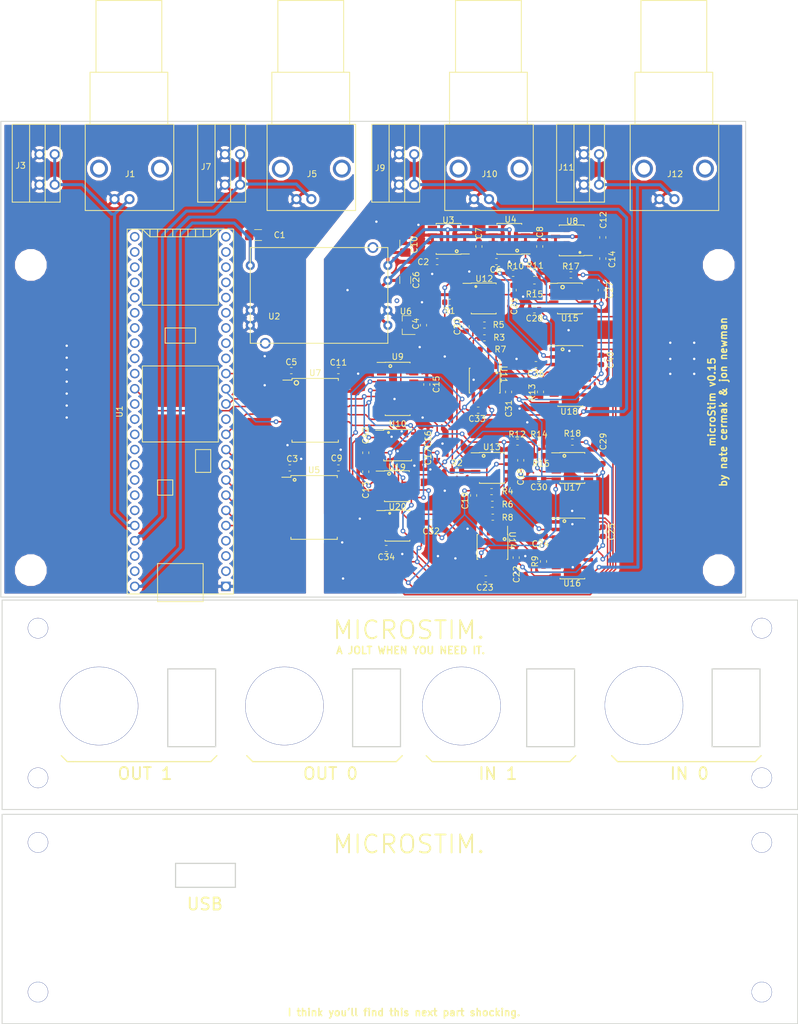
<source format=kicad_pcb>
(kicad_pcb (version 20171130) (host pcbnew 5.0.2-bee76a0~70~ubuntu18.04.1)
  (layers (0 Top signal) (31 Bottom signal) (34 B.Paste user) (35 F.Paste user) (36 B.SilkS user) (37 F.SilkS user) (38 B.Mask user) (39 F.Mask user) (44 Edge.Cuts user))
  (net 0 "")
  (net 1 +5V)
  (net 2 GNDREF)
  (net 3 "Net-(U3-Pad4)")
  (net 4 "Net-(U3-Pad5)")
  (net 5 +15V)
  (net 6 +12V)
  (net 7 "Net-(U4-Pad4)")
  (net 8 "Net-(U4-Pad5)")
  (net 9 +3V3)
  (net 10 SCK0)
  (net 11 NLDAC)
  (net 12 MOSI)
  (net 13 GND)
  (net 14 MOSIi)
  (net 15 NLDACi)
  (net 16 SCK0i)
  (net 17 OE0i)
  (net 18 OE1i)
  (net 19 OE1)
  (net 20 OE0)
  (net 21 -15V)
  (net 22 -12V)
  (net 23 IOUT0)
  (net 24 "Net-(R4-Pad2)")
  (net 25 "Net-(R7-Pad2)")
  (net 26 "Net-(R7-Pad1)")
  (net 27 "Net-(R8-Pad1)")
  (net 28 "Net-(R8-Pad2)")
  (net 29 "Net-(R13-Pad1)")
  (net 30 VUSB)
  (net 31 IOUT1)
  (net 32 "Net-(U8-Pad8)")
  (net 33 "Net-(U8-Pad4)")
  (net 34 "Net-(U9-Pad2)")
  (net 35 "Net-(U9-Pad6)")
  (net 36 "Net-(U9-Pad7)")
  (net 37 ISENSE0)
  (net 38 ISENSE1)
  (net 39 "Net-(U13-Pad8)")
  (net 40 "Net-(C42-Pad1)")
  (net 41 "Net-(U1-Pad22)")
  (net 42 "Net-(U1-Pad34)")
  (net 43 "Net-(U1-Pad37)")
  (net 44 "Net-(U1-Pad4)")
  (net 45 "Net-(U1-Pad38)")
  (net 46 "Net-(U1-Pad39)")
  (net 47 "Net-(U1-Pad45)")
  (net 48 "Net-(U1-Pad46)")
  (net 49 "Net-(U1-Pad47)")
  (net 50 "Net-(U1-Pad48)")
  (net 51 "Net-(U1-Pad52)")
  (net 52 "Net-(U1-Pad35)")
  (net 53 "Net-(U1-Pad36)")
  (net 54 "Net-(R1-Pad1)")
  (net 55 "Net-(R3-Pad1)")
  (net 56 "Net-(R5-Pad2)")
  (net 57 "Net-(R2-Pad1)")
  (net 58 "Net-(R4-Pad1)")
  (net 59 2.5V)
  (net 60 "Net-(U12-Pad8)")
  (net 61 "Net-(U1-Pad17)")
  (net 62 "Net-(U1-Pad18)")
  (net 63 "Net-(U1-Pad19)")
  (net 64 "Net-(U1-Pad20)")
  (net 65 "Net-(U1-Pad16)")
  (net 66 "Net-(U1-Pad21)")
  (net 67 "Net-(J5-Pad1)")
  (net 68 "Net-(J1-Pad1)")
  (net 69 "Net-(U1-Pad44)")
  (net 70 "Net-(U1-Pad42)")
  (net 71 "Net-(U1-Pad2)")
  (net 72 "Net-(U1-Pad3)")
  (net 73 CS0)
  (net 74 CS1)
  (net 75 OE2)
  (net 76 OE3)
  (net 77 "Net-(U1-Pad12)")
  (net 78 "Net-(U1-Pad33)")
  (net 79 "Net-(U1-Pad32)")
  (net 80 "Net-(U1-Pad31)")
  (net 81 "Net-(U1-Pad30)")
  (net 82 "Net-(U1-Pad24)")
  (net 83 "Net-(U1-Pad23)")
  (net 84 MISO)
  (net 85 "Net-(R16-Pad2)")
  (net 86 VOUT1)
  (net 87 "Net-(R12-Pad1)")
  (net 88 "Net-(R15-Pad2)")
  (net 89 VOUT0)
  (net 90 DAC0)
  (net 91 DAC1)
  (net 92 "Net-(R10-Pad1)")
  (net 93 MISOi)
  (net 94 CS1i)
  (net 95 OE3i)
  (net 96 "Net-(U16-Pad12)")
  (net 97 OE2i)
  (net 98 "Net-(U18-Pad12)")
  (net 99 CS0i)
  (net 100 "Net-(R9-Pad2)")
  (net 101 "Net-(U10-Pad8)")
  (net 102 "Net-(U10-Pad7)")
  (net 103 OUT0)
  (net 104 OUT1)
  (net 105 "Net-(U1-Pad43)")
  (net 106 "Net-(U1-Pad41)")
  (net 107 "Net-(U16-Pad11)")
  (net 108 "Net-(U18-Pad11)")
  (module microstim:Teensy35_36_noInternalPins (layer Top) (at 64.8 92.5 90)
    (fp_text reference U1 (at 0 -10.16 90) (layer F.SilkS))
    (fp_text value Teensy3.5)
    (pad 17 thru_hole circle (at 11.43 7.62 90) (size 1.6 1.6) (drill 1.1) (layers *.Cu *.Mask) (net 61 "Net-(U1-Pad17)"))
    (pad 18 thru_hole circle (at 13.97 7.62 90) (size 1.6 1.6) (drill 1.1) (layers *.Cu *.Mask) (net 62 "Net-(U1-Pad18)"))
    (pad 19 thru_hole circle (at 16.51 7.62 90) (size 1.6 1.6) (drill 1.1) (layers *.Cu *.Mask) (net 63 "Net-(U1-Pad19)"))
    (pad 20 thru_hole circle (at 19.05 7.62 90) (size 1.6 1.6) (drill 1.1) (layers *.Cu *.Mask) (net 64 "Net-(U1-Pad20)"))
    (pad 16 thru_hole circle (at 8.89 7.62 90) (size 1.6 1.6) (drill 1.1) (layers *.Cu *.Mask) (net 65 "Net-(U1-Pad16)"))
    (pad 15 thru_hole circle (at 6.35 7.62 90) (size 1.6 1.6) (drill 1.1) (layers *.Cu *.Mask) (net 9 +3V3))
    (pad 14 thru_hole circle (at 3.81 7.62 90) (size 1.6 1.6) (drill 1.1) (layers *.Cu *.Mask) (net 84 MISO))
    (pad 21 thru_hole circle (at 21.59 7.62 90) (size 1.6 1.6) (drill 1.1) (layers *.Cu *.Mask) (net 66 "Net-(U1-Pad21)"))
    (pad 22 thru_hole circle (at 24.13 7.62 90) (size 1.6 1.6) (drill 1.1) (layers *.Cu *.Mask) (net 41 "Net-(U1-Pad22)"))
    (pad 23 thru_hole circle (at 26.67 7.62 90) (size 1.6 1.6) (drill 1.1) (layers *.Cu *.Mask) (net 83 "Net-(U1-Pad23)"))
    (pad 24 thru_hole circle (at 29.21 7.62 90) (size 1.6 1.6) (drill 1.1) (layers *.Cu *.Mask) (net 82 "Net-(U1-Pad24)"))
    (pad 30 thru_hole circle (at 29.21 -7.62 90) (size 1.6 1.6) (drill 1.1) (layers *.Cu *.Mask) (net 81 "Net-(U1-Pad30)"))
    (pad 31 thru_hole circle (at 26.67 -7.62 90) (size 1.6 1.6) (drill 1.1) (layers *.Cu *.Mask) (net 80 "Net-(U1-Pad31)"))
    (pad 32 thru_hole circle (at 24.13 -7.62 90) (size 1.6 1.6) (drill 1.1) (layers *.Cu *.Mask) (net 79 "Net-(U1-Pad32)"))
    (pad 33 thru_hole circle (at 21.59 -7.62 90) (size 1.6 1.6) (drill 1.1) (layers *.Cu *.Mask) (net 78 "Net-(U1-Pad33)"))
    (pad 34 thru_hole circle (at 19.05 -7.62 90) (size 1.6 1.6) (drill 1.1) (layers *.Cu *.Mask) (net 42 "Net-(U1-Pad34)"))
    (pad 35 thru_hole circle (at 16.51 -7.62 90) (size 1.6 1.6) (drill 1.1) (layers *.Cu *.Mask) (net 52 "Net-(U1-Pad35)"))
    (pad 36 thru_hole circle (at 13.97 -7.62 90) (size 1.6 1.6) (drill 1.1) (layers *.Cu *.Mask) (net 53 "Net-(U1-Pad36)"))
    (pad 37 thru_hole circle (at 11.43 -7.62 90) (size 1.6 1.6) (drill 1.1) (layers *.Cu *.Mask) (net 43 "Net-(U1-Pad37)"))
    (pad 13 thru_hole circle (at 1.27 7.62 90) (size 1.6 1.6) (drill 1.1) (layers *.Cu *.Mask) (net 12 MOSI))
    (pad 12 thru_hole circle (at -1.27 7.62 90) (size 1.6 1.6) (drill 1.1) (layers *.Cu *.Mask) (net 77 "Net-(U1-Pad12)"))
    (pad 11 thru_hole circle (at -3.81 7.62 90) (size 1.6 1.6) (drill 1.1) (layers *.Cu *.Mask) (net 11 NLDAC))
    (pad 10 thru_hole circle (at -6.35 7.62 90) (size 1.6 1.6) (drill 1.1) (layers *.Cu *.Mask) (net 73 CS0))
    (pad 9 thru_hole circle (at -8.89 7.62 90) (size 1.6 1.6) (drill 1.1) (layers *.Cu *.Mask) (net 74 CS1))
    (pad 8 thru_hole circle (at -11.43 7.62 90) (size 1.6 1.6) (drill 1.1) (layers *.Cu *.Mask) (net 20 OE0))
    (pad 7 thru_hole circle (at -13.97 7.62 90) (size 1.6 1.6) (drill 1.1) (layers *.Cu *.Mask) (net 19 OE1))
    (pad 6 thru_hole circle (at -16.51 7.62 90) (size 1.6 1.6) (drill 1.1) (layers *.Cu *.Mask) (net 75 OE2))
    (pad 5 thru_hole circle (at -19.05 7.62 90) (size 1.6 1.6) (drill 1.1) (layers *.Cu *.Mask) (net 76 OE3))
    (pad 4 thru_hole circle (at -21.59 7.62 90) (size 1.6 1.6) (drill 1.1) (layers *.Cu *.Mask) (net 44 "Net-(U1-Pad4)"))
    (pad 3 thru_hole circle (at -24.13 7.62 90) (size 1.6 1.6) (drill 1.1) (layers *.Cu *.Mask) (net 72 "Net-(U1-Pad3)"))
    (pad 2 thru_hole circle (at -26.67 7.62 90) (size 1.6 1.6) (drill 1.1) (layers *.Cu *.Mask) (net 71 "Net-(U1-Pad2)"))
    (pad 1 thru_hole rect (at -29.21 7.62 90) (size 1.6 1.6) (drill 1.1) (layers *.Cu *.Mask) (net 13 GND))
    (pad 38 thru_hole circle (at 8.89 -7.62 90) (size 1.6 1.6) (drill 1.1) (layers *.Cu *.Mask) (net 45 "Net-(U1-Pad38)"))
    (pad 39 thru_hole circle (at 6.35 -7.62 90) (size 1.6 1.6) (drill 1.1) (layers *.Cu *.Mask) (net 46 "Net-(U1-Pad39)"))
    (pad 40 thru_hole circle (at 3.81 -7.62 90) (size 1.6 1.6) (drill 1.1) (layers *.Cu *.Mask) (net 10 SCK0))
    (pad 41 thru_hole circle (at 1.27 -7.62 90) (size 1.6 1.6) (drill 1.1) (layers *.Cu *.Mask) (net 106 "Net-(U1-Pad41)"))
    (pad 42 thru_hole circle (at -1.27 -7.62 90) (size 1.6 1.6) (drill 1.1) (layers *.Cu *.Mask) (net 70 "Net-(U1-Pad42)"))
    (pad 43 thru_hole circle (at -3.81 -7.62 90) (size 1.6 1.6) (drill 1.1) (layers *.Cu *.Mask) (net 105 "Net-(U1-Pad43)"))
    (pad 44 thru_hole circle (at -6.35 -7.62 90) (size 1.6 1.6) (drill 1.1) (layers *.Cu *.Mask) (net 69 "Net-(U1-Pad44)"))
    (pad 45 thru_hole circle (at -8.89 -7.62 90) (size 1.6 1.6) (drill 1.1) (layers *.Cu *.Mask) (net 47 "Net-(U1-Pad45)"))
    (pad 46 thru_hole circle (at -11.43 -7.62 90) (size 1.6 1.6) (drill 1.1) (layers *.Cu *.Mask) (net 48 "Net-(U1-Pad46)"))
    (pad 47 thru_hole circle (at -13.97 -7.62 90) (size 1.6 1.6) (drill 1.1) (layers *.Cu *.Mask) (net 49 "Net-(U1-Pad47)"))
    (pad 48 thru_hole circle (at -16.51 -7.62 90) (size 1.6 1.6) (drill 1.1) (layers *.Cu *.Mask) (net 50 "Net-(U1-Pad48)"))
    (pad 49 thru_hole circle (at -19.05 -7.62 90) (size 1.6 1.6) (drill 1.1) (layers *.Cu *.Mask) (net 68 "Net-(J1-Pad1)"))
    (pad 50 thru_hole circle (at -21.59 -7.62 90) (size 1.6 1.6) (drill 1.1) (layers *.Cu *.Mask) (net 67 "Net-(J5-Pad1)"))
    (pad 51 thru_hole circle (at -24.13 -7.62 90) (size 1.6 1.6) (drill 1.1) (layers *.Cu *.Mask) (net 9 +3V3))
    (pad 52 thru_hole circle (at -26.67 -7.62 90) (size 1.6 1.6) (drill 1.1) (layers *.Cu *.Mask) (net 51 "Net-(U1-Pad52)"))
    (pad 53 thru_hole circle (at -29.21 -7.62 90) (size 1.6 1.6) (drill 1.1) (layers *.Cu *.Mask) (net 30 VUSB))
  )
  (module microstim:731375003 (layer Top) (at 154.8 51.9 180)
    (fp_text reference J12 (at 7.3 -0.9 180) (layer F.SilkS))
    (fp_text value Conn_Coaxial)
    (pad NC thru_hole circle (at 2.3 0 180) (size 3 3) (drill 2) (layers *.Cu *.Mask))
    (pad NC thru_hole circle (at 12.5 0 180) (size 3 3) (drill 2) (layers *.Cu *.Mask))
    (pad 1 thru_hole circle (at 7.4 -5.1 180) (size 1.7 1.7) (drill 1) (layers *.Cu *.Mask) (net 104 OUT1))
    (pad 2 thru_hole circle (at 9.9 -5.1 180) (size 1.7 1.7) (drill 1) (layers *.Cu *.Mask) (net 2 GNDREF))
  )
  (module microstim:731375003 (layer Top) (at 63.7 51.9 180)
    (fp_text reference J1 (at 7.3 -0.9 180) (layer F.SilkS))
    (fp_text value Conn_Coaxial)
    (pad 2 thru_hole circle (at 9.9 -5.1 180) (size 1.7 1.7) (drill 1) (layers *.Cu *.Mask) (net 13 GND))
    (pad 1 thru_hole circle (at 7.4 -5.1 180) (size 1.7 1.7) (drill 1) (layers *.Cu *.Mask) (net 68 "Net-(J1-Pad1)"))
    (pad NC thru_hole circle (at 12.5 0 180) (size 3 3) (drill 2) (layers *.Cu *.Mask))
    (pad NC thru_hole circle (at 2.3 0 180) (size 3 3) (drill 2) (layers *.Cu *.Mask))
  )
  (module microstim:731375003 (layer Top) (at 123.8 51.9 180)
    (fp_text reference J10 (at 7.3 -0.9 180) (layer F.SilkS))
    (fp_text value Conn_Coaxial)
    (pad 2 thru_hole circle (at 9.9 -5.1 180) (size 1.7 1.7) (drill 1) (layers *.Cu *.Mask) (net 2 GNDREF))
    (pad 1 thru_hole circle (at 7.4 -5.1 180) (size 1.7 1.7) (drill 1) (layers *.Cu *.Mask) (net 103 OUT0))
    (pad NC thru_hole circle (at 12.5 0 180) (size 3 3) (drill 2) (layers *.Cu *.Mask))
    (pad NC thru_hole circle (at 2.3 0 180) (size 3 3) (drill 2) (layers *.Cu *.Mask))
  )
  (module microstim:731375003 (layer Top) (at 94.1 51.9 180)
    (fp_text reference J5 (at 7.3 -0.9 180) (layer F.SilkS))
    (fp_text value Conn_Coaxial)
    (pad NC thru_hole circle (at 2.3 0 180) (size 3 3) (drill 2) (layers *.Cu *.Mask))
    (pad NC thru_hole circle (at 12.5 0 180) (size 3 3) (drill 2) (layers *.Cu *.Mask))
    (pad 1 thru_hole circle (at 7.4 -5.1 180) (size 1.7 1.7) (drill 1) (layers *.Cu *.Mask) (net 67 "Net-(J5-Pad1)"))
    (pad 2 thru_hole circle (at 9.9 -5.1 180) (size 1.7 1.7) (drill 1) (layers *.Cu *.Mask) (net 13 GND))
  )
  (module MountingHole:MountingHole_4.3mm_M4 (layer Top) (at 39.8 68)
    (fp_text reference H3 hide)
    (fp_text value MountingHole)
    (pad 1 np_thru_hole circle (at 0 0) (size 4.3 4.3) (drill 4.3) (layers *.Cu *.Mask))
  )
  (module MountingHole:MountingHole_4.3mm_M4 (layer Top) (at 154.8 68)
    (fp_text reference H2 hide)
    (fp_text value MountingHole)
    (pad 1 np_thru_hole circle (at 0 0) (size 4.3 4.3) (drill 4.3) (layers *.Cu *.Mask))
  )
  (module MountingHole:MountingHole_4.3mm_M4 (layer Top) (at 154.8 119)
    (fp_text reference H4 hide)
    (fp_text value MountingHole)
    (pad 1 np_thru_hole circle (at 0 0) (size 4.3 4.3) (drill 4.3) (layers *.Cu *.Mask))
  )
  (module MountingHole:MountingHole_4.3mm_M4 (layer Top) (at 39.8 119)
    (fp_text reference H1 hide)
    (fp_text value MountingHole)
    (pad 1 np_thru_hole circle (at 0 0) (size 4.3 4.3) (drill 4.3) (layers *.Cu *.Mask))
  )
  (module Capacitor_SMD:C_0603_1608Metric (layer Top) (at 95.794 99.378 270)
    (fp_text reference C42 (at -2.878 0 270) (layer F.SilkS))
    (fp_text value 680nF)
    (pad 1 smd roundrect (at -0.7875 0 270) (size 0.875 0.95) (layers Top F.Paste F.Mask) (net 40 "Net-(C42-Pad1)"))
    (pad 2 smd roundrect (at 0.7875 0 270) (size 0.875 0.95) (layers Top F.Paste F.Mask) (net 2 GNDREF))
  )
  (module Capacitor_SMD:C_0603_1608Metric (layer Top) (at 99.223 115.38 180)
    (fp_text reference C34 (at 0 -1.43 180) (layer F.SilkS))
    (fp_text value 0.1uF)
    (pad 2 smd roundrect (at 0.7875 0 180) (size 0.875 0.95) (layers Top F.Paste F.Mask) (net 6 +12V))
    (pad 1 smd roundrect (at -0.7875 0 180) (size 0.875 0.95) (layers Top F.Paste F.Mask) (net 2 GNDREF))
  )
  (module Capacitor_SMD:C_0603_1608Metric (layer Top) (at 106.716 111.062 180)
    (fp_text reference C32 (at 0 -1.43 180) (layer F.SilkS))
    (fp_text value 0.1uF)
    (pad 1 smd roundrect (at -0.7875 0 180) (size 0.875 0.95) (layers Top F.Paste F.Mask) (net 2 GNDREF))
    (pad 2 smd roundrect (at 0.7875 0 180) (size 0.875 0.95) (layers Top F.Paste F.Mask) (net 22 -12V))
  )
  (module Package_SO:SOIC-8_3.9x4.9mm_P1.27mm (layer Top) (at 101.001 104.966)
    (fp_text reference U19 (at 0 -3.166) (layer F.SilkS))
    (fp_text value DG419LDY)
    (pad 8 smd rect (at 2.7 -1.905) (size 1.55 0.6) (layers Top F.Paste F.Mask) (net 37 ISENSE0))
    (pad 7 smd rect (at 2.7 -0.635) (size 1.55 0.6) (layers Top F.Paste F.Mask) (net 22 -12V))
    (pad 6 smd rect (at 2.7 0.635) (size 1.55 0.6) (layers Top F.Paste F.Mask) (net 18 OE1i))
    (pad 5 smd rect (at 2.7 1.905) (size 1.55 0.6) (layers Top F.Paste F.Mask) (net 1 +5V))
    (pad 4 smd rect (at -2.7 1.905) (size 1.55 0.6) (layers Top F.Paste F.Mask) (net 6 +12V))
    (pad 3 smd rect (at -2.7 0.635) (size 1.55 0.6) (layers Top F.Paste F.Mask) (net 2 GNDREF))
    (pad 2 smd rect (at -2.7 -0.635) (size 1.55 0.6) (layers Top F.Paste F.Mask) (net 103 OUT0))
    (pad 1 smd rect (at -2.7 -1.905) (size 1.55 0.6) (layers Top F.Paste F.Mask) (net 102 "Net-(U10-Pad7)"))
  )
  (module Package_SO:SOIC-8_3.9x4.9mm_P1.27mm (layer Top) (at 101.095 111.57)
    (fp_text reference U20 (at 0.005 -3.17) (layer F.SilkS))
    (fp_text value DG419LDY)
    (pad 1 smd rect (at -2.7 -1.905) (size 1.55 0.6) (layers Top F.Paste F.Mask) (net 101 "Net-(U10-Pad8)"))
    (pad 2 smd rect (at -2.7 -0.635) (size 1.55 0.6) (layers Top F.Paste F.Mask) (net 104 OUT1))
    (pad 3 smd rect (at -2.7 0.635) (size 1.55 0.6) (layers Top F.Paste F.Mask) (net 2 GNDREF))
    (pad 4 smd rect (at -2.7 1.905) (size 1.55 0.6) (layers Top F.Paste F.Mask) (net 6 +12V))
    (pad 5 smd rect (at 2.7 1.905) (size 1.55 0.6) (layers Top F.Paste F.Mask) (net 1 +5V))
    (pad 6 smd rect (at 2.7 0.635) (size 1.55 0.6) (layers Top F.Paste F.Mask) (net 95 OE3i))
    (pad 7 smd rect (at 2.7 -0.635) (size 1.55 0.6) (layers Top F.Paste F.Mask) (net 22 -12V))
    (pad 8 smd rect (at 2.7 -1.905) (size 1.55 0.6) (layers Top F.Paste F.Mask) (net 38 ISENSE1))
  )
  (module Capacitor_SMD:C_0603_1608Metric (layer Top) (at 135.418 100.394 270)
    (fp_text reference C29 (at -2.894 -0.082 270) (layer F.SilkS))
    (fp_text value 0.1uF)
    (pad 2 smd roundrect (at 0.7875 0 270) (size 0.875 0.95) (layers Top F.Paste F.Mask) (net 6 +12V))
    (pad 1 smd roundrect (at -0.7875 0 270) (size 0.875 0.95) (layers Top F.Paste F.Mask) (net 2 GNDREF))
  )
  (module Capacitor_SMD:C_0603_1608Metric (layer Top) (at 124.75 103.696 180)
    (fp_text reference C30 (at 0 -1.43 180) (layer F.SilkS))
    (fp_text value 0.1uF)
    (pad 1 smd roundrect (at -0.7875 0 180) (size 0.875 0.95) (layers Top F.Paste F.Mask) (net 22 -12V))
    (pad 2 smd roundrect (at 0.7875 0 180) (size 0.875 0.95) (layers Top F.Paste F.Mask) (net 2 GNDREF))
  )
  (module Capacitor_SMD:C_0603_1608Metric (layer Top) (at 135.164 72.2 270)
    (fp_text reference C27 (at 0 -1.43 270) (layer F.SilkS))
    (fp_text value 0.1uF)
    (pad 2 smd roundrect (at 0.7875 0 270) (size 0.875 0.95) (layers Top F.Paste F.Mask) (net 6 +12V))
    (pad 1 smd roundrect (at -0.7875 0 270) (size 0.875 0.95) (layers Top F.Paste F.Mask) (net 2 GNDREF))
  )
  (module Capacitor_SMD:C_0603_1608Metric (layer Top) (at 123.988 75.502 180)
    (fp_text reference C28 (at 0 -1.43 180) (layer F.SilkS))
    (fp_text value 0.1uF)
    (pad 1 smd roundrect (at -0.7875 0 180) (size 0.875 0.95) (layers Top F.Paste F.Mask) (net 22 -12V))
    (pad 2 smd roundrect (at 0.7875 0 180) (size 0.875 0.95) (layers Top F.Paste F.Mask) (net 2 GNDREF))
  )
  (module Capacitor_SMD:C_1206_3216Metric_Pad1.42x1.75mm_HandSolder (layer Top) (at 102.398 64.4305 270)
    (fp_text reference C10 (at 0.194999 -1.515001 270) (layer F.SilkS))
    (fp_text value 10uF)
    (pad 2 smd roundrect (at 1.4875 0 270) (size 1.425 1.75) (layers Top F.Paste F.Mask) (roundrect_rratio 0.175439) (net 5 +15V))
    (pad 1 smd roundrect (at -1.4875 0 270) (size 1.425 1.75) (layers Top F.Paste F.Mask) (roundrect_rratio 0.175439) (net 2 GNDREF))
  )
  (module Capacitor_SMD:C_1206_3216Metric_Pad1.42x1.75mm_HandSolder (layer Top) (at 102.398 70.5125 270)
    (fp_text reference C26 (at 0 -1.82 270) (layer F.SilkS))
    (fp_text value 10uF)
    (pad 1 smd roundrect (at -1.4875 0 270) (size 1.425 1.75) (layers Top F.Paste F.Mask) (roundrect_rratio 0.175439) (net 21 -15V))
    (pad 2 smd roundrect (at 1.4875 0 270) (size 1.425 1.75) (layers Top F.Paste F.Mask) (roundrect_rratio 0.175439) (net 2 GNDREF))
  )
  (module Package_SO:SOIC-8_3.9x4.9mm_P1.27mm (layer Top) (at 130.338 101.918)
    (fp_text reference U17 (at -0.038 3.282) (layer F.SilkS))
    (fp_text value OPA197)
    (pad 8 smd rect (at 2.7 -1.905) (size 1.55 0.6) (layers Top F.Paste F.Mask))
    (pad 7 smd rect (at 2.7 -0.635) (size 1.55 0.6) (layers Top F.Paste F.Mask) (net 6 +12V))
    (pad 6 smd rect (at 2.7 0.635) (size 1.55 0.6) (layers Top F.Paste F.Mask) (net 86 VOUT1))
    (pad 5 smd rect (at 2.7 1.905) (size 1.55 0.6) (layers Top F.Paste F.Mask))
    (pad 4 smd rect (at -2.7 1.905) (size 1.55 0.6) (layers Top F.Paste F.Mask) (net 22 -12V))
    (pad 3 smd rect (at -2.7 0.635) (size 1.55 0.6) (layers Top F.Paste F.Mask) (net 91 DAC1))
    (pad 2 smd rect (at -2.7 -0.635) (size 1.55 0.6) (layers Top F.Paste F.Mask) (net 85 "Net-(R16-Pad2)"))
    (pad 1 smd rect (at -2.7 -1.905) (size 1.55 0.6) (layers Top F.Paste F.Mask))
  )
  (module Package_SO:SOIC-8_3.9x4.9mm_P1.27mm (layer Top) (at 129.924 73.597)
    (fp_text reference U15 (at -0.024 3.303) (layer F.SilkS))
    (fp_text value OPA197)
    (pad 1 smd rect (at -2.7 -1.905) (size 1.55 0.6) (layers Top F.Paste F.Mask))
    (pad 2 smd rect (at -2.7 -0.635) (size 1.55 0.6) (layers Top F.Paste F.Mask) (net 88 "Net-(R15-Pad2)"))
    (pad 3 smd rect (at -2.7 0.635) (size 1.55 0.6) (layers Top F.Paste F.Mask) (net 90 DAC0))
    (pad 4 smd rect (at -2.7 1.905) (size 1.55 0.6) (layers Top F.Paste F.Mask) (net 22 -12V))
    (pad 5 smd rect (at 2.7 1.905) (size 1.55 0.6) (layers Top F.Paste F.Mask))
    (pad 6 smd rect (at 2.7 0.635) (size 1.55 0.6) (layers Top F.Paste F.Mask) (net 89 VOUT0))
    (pad 7 smd rect (at 2.7 -0.635) (size 1.55 0.6) (layers Top F.Paste F.Mask) (net 6 +12V))
    (pad 8 smd rect (at 2.7 -1.905) (size 1.55 0.6) (layers Top F.Paste F.Mask))
  )
  (module Resistor_SMD:R_0603_1608Metric (layer Top) (at 123.988 71.692)
    (fp_text reference R15 (at 0.012 1.208) (layer F.SilkS))
    (fp_text value 1k)
    (pad 2 smd roundrect (at 0.7875 0) (size 0.875 0.95) (layers Top F.Paste F.Mask) (net 88 "Net-(R15-Pad2)"))
    (pad 1 smd roundrect (at -0.7875 0) (size 0.875 0.95) (layers Top F.Paste F.Mask) (net 92 "Net-(R10-Pad1)"))
  )
  (module Resistor_SMD:R_0603_1608Metric (layer Top) (at 121.1685 97.6 180)
    (fp_text reference R12 (at 0.0685 1.3 180) (layer F.SilkS))
    (fp_text value 100)
    (pad 1 smd roundrect (at -0.7875 0 180) (size 0.875 0.95) (layers Top F.Paste F.Mask) (net 87 "Net-(R12-Pad1)"))
    (pad 2 smd roundrect (at 0.7875 0 180) (size 0.875 0.95) (layers Top F.Paste F.Mask) (net 1 +5V))
  )
  (module Resistor_SMD:R_0603_1608Metric (layer Top) (at 123.988 69.406 180)
    (fp_text reference R11 (at -0.112 1.306 180) (layer F.SilkS))
    (fp_text value 180)
    (pad 2 smd roundrect (at 0.7875 0 180) (size 0.875 0.95) (layers Top F.Paste F.Mask) (net 92 "Net-(R10-Pad1)"))
    (pad 1 smd roundrect (at -0.7875 0 180) (size 0.875 0.95) (layers Top F.Paste F.Mask) (net 2 GNDREF))
  )
  (module Resistor_SMD:R_0603_1608Metric (layer Top) (at 120.432 69.406 180)
    (fp_text reference R10 (at -0.368 1.206 180) (layer F.SilkS))
    (fp_text value 100)
    (pad 1 smd roundrect (at -0.7875 0 180) (size 0.875 0.95) (layers Top F.Paste F.Mask) (net 92 "Net-(R10-Pad1)"))
    (pad 2 smd roundrect (at 0.7875 0 180) (size 0.875 0.95) (layers Top F.Paste F.Mask) (net 1 +5V))
  )
  (module Resistor_SMD:R_0603_1608Metric (layer Top) (at 124.75 99.886)
    (fp_text reference R16 (at 0.35 1.314) (layer F.SilkS))
    (fp_text value 1k)
    (pad 2 smd roundrect (at 0.7875 0) (size 0.875 0.95) (layers Top F.Paste F.Mask) (net 85 "Net-(R16-Pad2)"))
    (pad 1 smd roundrect (at -0.7875 0) (size 0.875 0.95) (layers Top F.Paste F.Mask) (net 87 "Net-(R12-Pad1)"))
  )
  (module Resistor_SMD:R_0603_1608Metric (layer Top) (at 130.084 69.66)
    (fp_text reference R17 (at 0 -1.43) (layer F.SilkS))
    (fp_text value 4k)
    (pad 1 smd roundrect (at -0.7875 0) (size 0.875 0.95) (layers Top F.Paste F.Mask) (net 88 "Net-(R15-Pad2)"))
    (pad 2 smd roundrect (at 0.7875 0) (size 0.875 0.95) (layers Top F.Paste F.Mask) (net 89 VOUT0))
  )
  (module Resistor_SMD:R_0603_1608Metric (layer Top) (at 124.75 97.6 180)
    (fp_text reference R14 (at 0 1.3 180) (layer F.SilkS))
    (fp_text value 180)
    (pad 2 smd roundrect (at 0.7875 0 180) (size 0.875 0.95) (layers Top F.Paste F.Mask) (net 87 "Net-(R12-Pad1)"))
    (pad 1 smd roundrect (at -0.7875 0 180) (size 0.875 0.95) (layers Top F.Paste F.Mask) (net 2 GNDREF))
  )
  (module Resistor_SMD:R_0603_1608Metric (layer Top) (at 130.338 97.6)
    (fp_text reference R18 (at 0 -1.43) (layer F.SilkS))
    (fp_text value 4k)
    (pad 1 smd roundrect (at -0.7875 0) (size 0.875 0.95) (layers Top F.Paste F.Mask) (net 85 "Net-(R16-Pad2)"))
    (pad 2 smd roundrect (at 0.7875 0) (size 0.875 0.95) (layers Top F.Paste F.Mask) (net 86 VOUT1))
  )
  (module Capacitor_SMD:C_1206_3216Metric_Pad1.42x1.75mm_HandSolder (layer Top) (at 77.8 63 180)
    (fp_text reference C1 (at -3.6 0 180) (layer F.SilkS))
    (fp_text value 10uF)
    (pad 2 smd roundrect (at 1.4875 0 180) (size 1.425 1.75) (layers Top F.Paste F.Mask) (roundrect_rratio 0.175439) (net 30 VUSB))
    (pad 1 smd roundrect (at -1.4875 0 180) (size 1.425 1.75) (layers Top F.Paste F.Mask) (roundrect_rratio 0.175439) (net 13 GND))
  )
  (module Package_SO:SOIC-16W_7.5x10.3mm_P1.27mm (layer Top) (at 87.3358 92.2914)
    (fp_text reference U7 (at 0 -6.25) (layer F.SilkS))
    (fp_text value ISO7341C)
    (pad 16 smd rect (at 4.65 -4.445) (size 1.5 0.6) (layers Top F.Paste F.Mask) (net 1 +5V))
    (pad 15 smd rect (at 4.65 -3.175) (size 1.5 0.6) (layers Top F.Paste F.Mask) (net 2 GNDREF))
    (pad 14 smd rect (at 4.65 -1.905) (size 1.5 0.6) (layers Top F.Paste F.Mask) (net 14 MOSIi))
    (pad 13 smd rect (at 4.65 -0.635) (size 1.5 0.6) (layers Top F.Paste F.Mask) (net 16 SCK0i))
    (pad 12 smd rect (at 4.65 0.635) (size 1.5 0.6) (layers Top F.Paste F.Mask) (net 15 NLDACi))
    (pad 11 smd rect (at 4.65 1.905) (size 1.5 0.6) (layers Top F.Paste F.Mask) (net 93 MISOi))
    (pad 10 smd rect (at 4.65 3.175) (size 1.5 0.6) (layers Top F.Paste F.Mask) (net 1 +5V))
    (pad 9 smd rect (at 4.65 4.445) (size 1.5 0.6) (layers Top F.Paste F.Mask) (net 2 GNDREF))
    (pad 8 smd rect (at -4.65 4.445) (size 1.5 0.6) (layers Top F.Paste F.Mask) (net 13 GND))
    (pad 7 smd rect (at -4.65 3.175) (size 1.5 0.6) (layers Top F.Paste F.Mask) (net 9 +3V3))
    (pad 6 smd rect (at -4.65 1.905) (size 1.5 0.6) (layers Top F.Paste F.Mask) (net 84 MISO))
    (pad 5 smd rect (at -4.65 0.635) (size 1.5 0.6) (layers Top F.Paste F.Mask) (net 11 NLDAC))
    (pad 4 smd rect (at -4.65 -0.635) (size 1.5 0.6) (layers Top F.Paste F.Mask) (net 10 SCK0))
    (pad 3 smd rect (at -4.65 -1.905) (size 1.5 0.6) (layers Top F.Paste F.Mask) (net 12 MOSI))
    (pad 2 smd rect (at -4.65 -3.175) (size 1.5 0.6) (layers Top F.Paste F.Mask) (net 13 GND))
    (pad 1 smd rect (at -4.65 -4.445) (size 1.5 0.6) (layers Top F.Paste F.Mask) (net 9 +3V3))
  )
  (module Capacitor_SMD:C_0603_1608Metric (layer Top) (at 117.638 67.442 180)
    (fp_text reference C6 (at 0.1525 -1.3462 180) (layer F.SilkS))
    (fp_text value 1uF)
    (pad 2 smd roundrect (at 0.7875 0 180) (size 0.875 0.95) (layers Top F.Paste F.Mask) (net 5 +15V))
    (pad 1 smd roundrect (at -0.7875 0 180) (size 0.875 0.95) (layers Top F.Paste F.Mask) (net 2 GNDREF))
  )
  (module Resistor_SMD:R_0603_1608Metric (layer Top) (at 117.0284 110.1476)
    (fp_text reference R8 (at 2.4716 0.0508) (layer F.SilkS))
    (fp_text value 1.2k)
    (pad 2 smd roundrect (at 0.7875 0) (size 0.875 0.95) (layers Top F.Paste F.Mask) (net 28 "Net-(R8-Pad2)"))
    (pad 1 smd roundrect (at -0.7875 0) (size 0.875 0.95) (layers Top F.Paste F.Mask) (net 27 "Net-(R8-Pad1)"))
  )
  (module Package_SO:TSSOP-14_4.4x5mm_P0.65mm (layer Top) (at 101.128 98.108)
    (fp_text reference U10 (at 0 -3.55) (layer F.SilkS))
    (fp_text value AD7321)
    (pad 14 smd rect (at 2.95 -1.95) (size 1.45 0.45) (layers Top F.Paste F.Mask) (net 16 SCK0i))
    (pad 13 smd rect (at 2.95 -1.3) (size 1.45 0.45) (layers Top F.Paste F.Mask) (net 2 GNDREF))
    (pad 12 smd rect (at 2.95 -0.65) (size 1.45 0.45) (layers Top F.Paste F.Mask) (net 93 MISOi))
    (pad 11 smd rect (at 2.95 0) (size 1.45 0.45) (layers Top F.Paste F.Mask) (net 1 +5V))
    (pad 10 smd rect (at 2.95 0.65) (size 1.45 0.45) (layers Top F.Paste F.Mask) (net 1 +5V))
    (pad 9 smd rect (at 2.95 1.3) (size 1.45 0.45) (layers Top F.Paste F.Mask) (net 6 +12V))
    (pad 8 smd rect (at 2.95 1.95) (size 1.45 0.45) (layers Top F.Paste F.Mask) (net 101 "Net-(U10-Pad8)"))
    (pad 7 smd rect (at -2.95 1.95) (size 1.45 0.45) (layers Top F.Paste F.Mask) (net 102 "Net-(U10-Pad7)"))
    (pad 6 smd rect (at -2.95 1.3) (size 1.45 0.45) (layers Top F.Paste F.Mask) (net 22 -12V))
    (pad 5 smd rect (at -2.95 0.65) (size 1.45 0.45) (layers Top F.Paste F.Mask) (net 40 "Net-(C42-Pad1)"))
    (pad 4 smd rect (at -2.95 0) (size 1.45 0.45) (layers Top F.Paste F.Mask) (net 2 GNDREF))
    (pad 3 smd rect (at -2.95 -0.65) (size 1.45 0.45) (layers Top F.Paste F.Mask) (net 2 GNDREF))
    (pad 2 smd rect (at -2.95 -1.3) (size 1.45 0.45) (layers Top F.Paste F.Mask) (net 14 MOSIi))
    (pad 1 smd rect (at -2.95 -1.95) (size 1.45 0.45) (layers Top F.Paste F.Mask) (net 94 CS1i))
  )
  (module Capacitor_SMD:C_0603_1608Metric (layer Top) (at 107.732 67.442 180)
    (fp_text reference C2 (at 2.332 -0.058 180) (layer F.SilkS))
    (fp_text value 1uF)
    (pad 2 smd roundrect (at 0.7875 0 180) (size 0.875 0.95) (layers Top F.Paste F.Mask) (net 5 +15V))
    (pad 1 smd roundrect (at -0.7875 0 180) (size 0.875 0.95) (layers Top F.Paste F.Mask) (net 2 GNDREF))
  )
  (module Capacitor_SMD:C_0603_1608Metric (layer Top) (at 83.094 101.918)
    (fp_text reference C3 (at 0.4064 -1.524) (layer F.SilkS))
    (fp_text value 0.1uF)
    (pad 2 smd roundrect (at 0.7875 0) (size 0.875 0.95) (layers Top F.Paste F.Mask) (net 13 GND))
    (pad 1 smd roundrect (at -0.7875 0) (size 0.875 0.95) (layers Top F.Paste F.Mask) (net 9 +3V3))
  )
  (module Capacitor_SMD:C_0603_1608Metric (layer Top) (at 83.348 85.662)
    (fp_text reference C5 (at 0 -1.43) (layer F.SilkS))
    (fp_text value 0.1uF)
    (pad 2 smd roundrect (at 0.7875 0) (size 0.875 0.95) (layers Top F.Paste F.Mask) (net 13 GND))
    (pad 1 smd roundrect (at -0.7875 0) (size 0.875 0.95) (layers Top F.Paste F.Mask) (net 9 +3V3))
  )
  (module Capacitor_SMD:C_0603_1608Metric (layer Top) (at 114.716731 64.91417 270)
    (fp_text reference C7 (at -2.21417 0.016731 270) (layer F.SilkS))
    (fp_text value 1uF)
    (pad 2 smd roundrect (at 0.7875 0 270) (size 0.875 0.95) (layers Top F.Paste F.Mask) (net 1 +5V))
    (pad 1 smd roundrect (at -0.7875 0 270) (size 0.875 0.95) (layers Top F.Paste F.Mask) (net 2 GNDREF))
  )
  (module Capacitor_SMD:C_0603_1608Metric (layer Top) (at 124.876731 64.91417 270)
    (fp_text reference C8 (at -2.41417 -0.023269 270) (layer F.SilkS))
    (fp_text value 1uF)
    (pad 2 smd roundrect (at 0.7875 0 270) (size 0.875 0.95) (layers Top F.Paste F.Mask) (net 6 +12V))
    (pad 1 smd roundrect (at -0.7875 0 270) (size 0.875 0.95) (layers Top F.Paste F.Mask) (net 2 GNDREF))
  )
  (module Capacitor_SMD:C_0603_1608Metric (layer Top) (at 91.222 101.918)
    (fp_text reference C9 (at -0.3048 -1.6256) (layer F.SilkS))
    (fp_text value 0.1uF)
    (pad 2 smd roundrect (at 0.7875 0) (size 0.875 0.95) (layers Top F.Paste F.Mask) (net 1 +5V))
    (pad 1 smd roundrect (at -0.7875 0) (size 0.875 0.95) (layers Top F.Paste F.Mask) (net 2 GNDREF))
  )
  (module Capacitor_SMD:C_0603_1608Metric (layer Top) (at 91.222 85.662 180)
    (fp_text reference C11 (at 0 1.362 180) (layer F.SilkS))
    (fp_text value 0.1uF)
    (pad 2 smd roundrect (at 0.7875 0 180) (size 0.875 0.95) (layers Top F.Paste F.Mask) (net 2 GNDREF))
    (pad 1 smd roundrect (at -0.7875 0 180) (size 0.875 0.95) (layers Top F.Paste F.Mask) (net 1 +5V))
  )
  (module Capacitor_SMD:C_0603_1608Metric (layer Top) (at 135.418 63.4035 270)
    (fp_text reference C12 (at -2.9035 -0.082 270) (layer F.SilkS))
    (fp_text value 1uF)
    (pad 2 smd roundrect (at 0.7875 0 270) (size 0.875 0.95) (layers Top F.Paste F.Mask) (net 21 -15V))
    (pad 1 smd roundrect (at -0.7875 0 270) (size 0.875 0.95) (layers Top F.Paste F.Mask) (net 2 GNDREF))
  )
  (module Capacitor_SMD:C_0603_1608Metric (layer Top) (at 95.794 102.553 270)
    (fp_text reference C13 (at 3.048 0 270) (layer F.SilkS))
    (fp_text value 0.1uF)
    (pad 1 smd roundrect (at -0.7875 0 270) (size 0.875 0.95) (layers Top F.Paste F.Mask) (net 22 -12V))
    (pad 2 smd roundrect (at 0.7875 0 270) (size 0.875 0.95) (layers Top F.Paste F.Mask) (net 2 GNDREF))
  )
  (module Capacitor_SMD:C_0603_1608Metric (layer Top) (at 135.418 66.934 90)
    (fp_text reference C14 (at -0.127 1.5494 90) (layer F.SilkS))
    (fp_text value 1uF)
    (pad 2 smd roundrect (at 0.7875 0 90) (size 0.875 0.95) (layers Top F.Paste F.Mask) (net 22 -12V))
    (pad 1 smd roundrect (at -0.7875 0 90) (size 0.875 0.95) (layers Top F.Paste F.Mask) (net 2 GNDREF))
  )
  (module Capacitor_SMD:C_0603_1608Metric (layer Top) (at 105.999484 87.975643 270)
    (fp_text reference C15 (at -0.0254 -1.6002 270) (layer F.SilkS))
    (fp_text value 0.1uF)
    (pad 2 smd roundrect (at 0.7875 0 270) (size 0.875 0.95) (layers Top F.Paste F.Mask) (net 1 +5V))
    (pad 1 smd roundrect (at -0.7875 0 270) (size 0.875 0.95) (layers Top F.Paste F.Mask) (net 2 GNDREF))
  )
  (module Capacitor_SMD:C_0603_1608Metric (layer Top) (at 106.208 100.14 270)
    (fp_text reference C16 (at -3.0225 0 270) (layer F.SilkS))
    (fp_text value 0.1uF)
    (pad 2 smd roundrect (at 0.7875 0 270) (size 0.875 0.95) (layers Top F.Paste F.Mask) (net 2 GNDREF))
    (pad 1 smd roundrect (at -0.7875 0 270) (size 0.875 0.95) (layers Top F.Paste F.Mask) (net 6 +12V))
  )
  (module Capacitor_SMD:C_0603_1608Metric (layer Top) (at 106.208 96.965 90)
    (fp_text reference C17 (at -3.048 0 90) (layer F.SilkS))
    (fp_text value 0.1uF)
    (pad 2 smd roundrect (at 0.7875 0 90) (size 0.875 0.95) (layers Top F.Paste F.Mask) (net 2 GNDREF))
    (pad 1 smd roundrect (at -0.7875 0 90) (size 0.875 0.95) (layers Top F.Paste F.Mask) (net 1 +5V))
  )
  (module microstim:CC3-0512DF-E (layer Top) (at 76.49 81.09)
    (fp_text reference U2 (at 4 -4.5) (layer F.SilkS))
    (fp_text value CC3-0512DF-E)
    (pad 4 thru_hole circle (at 23 -3) (size 1.524 1.524) (drill 0.762) (layers *.Cu *.Mask) (net 21 -15V))
    (pad 5 thru_hole circle (at 23 -5.5) (size 1.524 1.524) (drill 0.762) (layers *.Cu *.Mask) (net 2 GNDREF))
    (pad 6 thru_hole circle (at 23 -10.5) (size 1.524 1.524) (drill 0.762) (layers *.Cu *.Mask) (net 21 -15V))
    (pad 7 thru_hole circle (at 23 -13) (size 1.524 1.524) (drill 0.762) (layers *.Cu *.Mask) (net 5 +15V))
    (pad a thru_hole circle (at 20.5 -16) (size 1.8 1.8) (drill 1.2) (layers *.Cu *.Mask))
    (pad a thru_hole circle (at 2.5 0) (size 1.8 1.8) (drill 1.2) (layers *.Cu *.Mask))
    (pad 1 thru_hole circle (at 0 -13) (size 1.524 1.524) (drill 0.762) (layers *.Cu *.Mask) (net 30 VUSB))
    (pad 2 thru_hole circle (at 0 -5.5) (size 1.524 1.524) (drill 0.762) (layers *.Cu *.Mask) (net 13 GND))
    (pad 3 thru_hole circle (at 0 -3) (size 1.524 1.524) (drill 0.762) (layers *.Cu *.Mask) (net 13 GND))
  )
  (module Package_SO:SOIC-8_3.9x4.9mm_P1.27mm (layer Top) (at 109.636731 63.64417 180)
    (fp_text reference U3 (at 0.036731 3.14417 180) (layer F.SilkS))
    (fp_text value L78L05_SO8)
    (pad 8 smd rect (at 2.7 -1.905 180) (size 1.55 0.6) (layers Top F.Paste F.Mask) (net 5 +15V))
    (pad 7 smd rect (at 2.7 -0.635 180) (size 1.55 0.6) (layers Top F.Paste F.Mask) (net 2 GNDREF))
    (pad 6 smd rect (at 2.7 0.635 180) (size 1.55 0.6) (layers Top F.Paste F.Mask) (net 2 GNDREF))
    (pad 5 smd rect (at 2.7 1.905 180) (size 1.55 0.6) (layers Top F.Paste F.Mask) (net 4 "Net-(U3-Pad5)"))
    (pad 4 smd rect (at -2.7 1.905 180) (size 1.55 0.6) (layers Top F.Paste F.Mask) (net 3 "Net-(U3-Pad4)"))
    (pad 3 smd rect (at -2.7 0.635 180) (size 1.55 0.6) (layers Top F.Paste F.Mask) (net 2 GNDREF))
    (pad 2 smd rect (at -2.7 -0.635 180) (size 1.55 0.6) (layers Top F.Paste F.Mask) (net 2 GNDREF))
    (pad 1 smd rect (at -2.7 -1.905 180) (size 1.55 0.6) (layers Top F.Paste F.Mask) (net 1 +5V))
  )
  (module Package_SO:SOIC-8_3.9x4.9mm_P1.27mm (layer Top) (at 119.796731 63.64417 180)
    (fp_text reference U4 (at -0.203269 3.24417 180) (layer F.SilkS))
    (fp_text value L78L12_SO8)
    (pad 8 smd rect (at 2.7 -1.905 180) (size 1.55 0.6) (layers Top F.Paste F.Mask) (net 5 +15V))
    (pad 7 smd rect (at 2.7 -0.635 180) (size 1.55 0.6) (layers Top F.Paste F.Mask) (net 2 GNDREF))
    (pad 6 smd rect (at 2.7 0.635 180) (size 1.55 0.6) (layers Top F.Paste F.Mask) (net 2 GNDREF))
    (pad 5 smd rect (at 2.7 1.905 180) (size 1.55 0.6) (layers Top F.Paste F.Mask) (net 8 "Net-(U4-Pad5)"))
    (pad 4 smd rect (at -2.7 1.905 180) (size 1.55 0.6) (layers Top F.Paste F.Mask) (net 7 "Net-(U4-Pad4)"))
    (pad 3 smd rect (at -2.7 0.635 180) (size 1.55 0.6) (layers Top F.Paste F.Mask) (net 2 GNDREF))
    (pad 2 smd rect (at -2.7 -0.635 180) (size 1.55 0.6) (layers Top F.Paste F.Mask) (net 2 GNDREF))
    (pad 1 smd rect (at -2.7 -1.905 180) (size 1.55 0.6) (layers Top F.Paste F.Mask) (net 6 +12V))
  )
  (module Package_SO:SOIC-16W_7.5x10.3mm_P1.27mm (layer Top) (at 87.158 108.522)
    (fp_text reference U5 (at 0 -6.25) (layer F.SilkS))
    (fp_text value ISO7760)
    (pad 16 smd rect (at 4.65 -4.445) (size 1.5 0.6) (layers Top F.Paste F.Mask) (net 1 +5V))
    (pad 15 smd rect (at 4.65 -3.175) (size 1.5 0.6) (layers Top F.Paste F.Mask) (net 99 CS0i))
    (pad 14 smd rect (at 4.65 -1.905) (size 1.5 0.6) (layers Top F.Paste F.Mask) (net 94 CS1i))
    (pad 13 smd rect (at 4.65 -0.635) (size 1.5 0.6) (layers Top F.Paste F.Mask) (net 17 OE0i))
    (pad 12 smd rect (at 4.65 0.635) (size 1.5 0.6) (layers Top F.Paste F.Mask) (net 18 OE1i))
    (pad 11 smd rect (at 4.65 1.905) (size 1.5 0.6) (layers Top F.Paste F.Mask) (net 97 OE2i))
    (pad 10 smd rect (at 4.65 3.175) (size 1.5 0.6) (layers Top F.Paste F.Mask) (net 95 OE3i))
    (pad 9 smd rect (at 4.65 4.445) (size 1.5 0.6) (layers Top F.Paste F.Mask) (net 2 GNDREF))
    (pad 8 smd rect (at -4.65 4.445) (size 1.5 0.6) (layers Top F.Paste F.Mask) (net 13 GND))
    (pad 7 smd rect (at -4.65 3.175) (size 1.5 0.6) (layers Top F.Paste F.Mask) (net 76 OE3))
    (pad 6 smd rect (at -4.65 1.905) (size 1.5 0.6) (layers Top F.Paste F.Mask) (net 75 OE2))
    (pad 5 smd rect (at -4.65 0.635) (size 1.5 0.6) (layers Top F.Paste F.Mask) (net 19 OE1))
    (pad 4 smd rect (at -4.65 -0.635) (size 1.5 0.6) (layers Top F.Paste F.Mask) (net 20 OE0))
    (pad 3 smd rect (at -4.65 -1.905) (size 1.5 0.6) (layers Top F.Paste F.Mask) (net 74 CS1))
    (pad 2 smd rect (at -4.65 -3.175) (size 1.5 0.6) (layers Top F.Paste F.Mask) (net 73 CS0))
    (pad 1 smd rect (at -4.65 -4.445) (size 1.5 0.6) (layers Top F.Paste F.Mask) (net 9 +3V3))
  )
  (module Package_SO:SOIC-8_3.9x4.9mm_P1.27mm (layer Top) (at 130.210731 63.89817 180)
    (fp_text reference U8 (at -0.089269 3.19817 180) (layer F.SilkS))
    (fp_text value L79L12_SO8)
    (pad 8 smd rect (at 2.7 -1.905 180) (size 1.55 0.6) (layers Top F.Paste F.Mask) (net 32 "Net-(U8-Pad8)"))
    (pad 7 smd rect (at 2.7 -0.635 180) (size 1.55 0.6) (layers Top F.Paste F.Mask) (net 21 -15V))
    (pad 6 smd rect (at 2.7 0.635 180) (size 1.55 0.6) (layers Top F.Paste F.Mask) (net 21 -15V))
    (pad 5 smd rect (at 2.7 1.905 180) (size 1.55 0.6) (layers Top F.Paste F.Mask) (net 2 GNDREF))
    (pad 4 smd rect (at -2.7 1.905 180) (size 1.55 0.6) (layers Top F.Paste F.Mask) (net 33 "Net-(U8-Pad4)"))
    (pad 3 smd rect (at -2.7 0.635 180) (size 1.55 0.6) (layers Top F.Paste F.Mask) (net 21 -15V))
    (pad 2 smd rect (at -2.7 -0.635 180) (size 1.55 0.6) (layers Top F.Paste F.Mask) (net 21 -15V))
    (pad 1 smd rect (at -2.7 -1.905 180) (size 1.55 0.6) (layers Top F.Paste F.Mask) (net 22 -12V))
  )
  (module Package_SO:SOIC-14_3.9x8.7mm_P1.27mm (layer Top) (at 101.128 88.71)
    (fp_text reference U9 (at 0 -5.375) (layer F.SilkS))
    (fp_text value MCP4922)
    (pad 14 smd rect (at 2.7 -3.81) (size 1.5 0.6) (layers Top F.Paste F.Mask) (net 90 DAC0))
    (pad 13 smd rect (at 2.7 -2.54) (size 1.5 0.6) (layers Top F.Paste F.Mask) (net 1 +5V))
    (pad 12 smd rect (at 2.7 -1.27) (size 1.5 0.6) (layers Top F.Paste F.Mask) (net 2 GNDREF))
    (pad 11 smd rect (at 2.7 0) (size 1.5 0.6) (layers Top F.Paste F.Mask) (net 1 +5V))
    (pad 10 smd rect (at 2.7 1.27) (size 1.5 0.6) (layers Top F.Paste F.Mask) (net 91 DAC1))
    (pad 9 smd rect (at 2.7 2.54) (size 1.5 0.6) (layers Top F.Paste F.Mask) (net 1 +5V))
    (pad 8 smd rect (at 2.7 3.81) (size 1.5 0.6) (layers Top F.Paste F.Mask) (net 15 NLDACi))
    (pad 7 smd rect (at -2.7 3.81) (size 1.5 0.6) (layers Top F.Paste F.Mask) (net 36 "Net-(U9-Pad7)"))
    (pad 6 smd rect (at -2.7 2.54) (size 1.5 0.6) (layers Top F.Paste F.Mask) (net 35 "Net-(U9-Pad6)"))
    (pad 5 smd rect (at -2.7 1.27) (size 1.5 0.6) (layers Top F.Paste F.Mask) (net 14 MOSIi))
    (pad 4 smd rect (at -2.7 0) (size 1.5 0.6) (layers Top F.Paste F.Mask) (net 16 SCK0i))
    (pad 3 smd rect (at -2.7 -1.27) (size 1.5 0.6) (layers Top F.Paste F.Mask) (net 99 CS0i))
    (pad 2 smd rect (at -2.7 -2.54) (size 1.5 0.6) (layers Top F.Paste F.Mask) (net 34 "Net-(U9-Pad2)"))
    (pad 1 smd rect (at -2.7 -3.81) (size 1.5 0.6) (layers Top F.Paste F.Mask) (net 1 +5V))
  )
  (module Capacitor_SMD:C_0603_1608Metric (layer Top) (at 121.702 100.648 270)
    (fp_text reference C18 (at 2.752 0.002 270) (layer F.SilkS))
    (fp_text value 0.1uF)
    (pad 2 smd roundrect (at 0.7875 0 270) (size 0.875 0.95) (layers Top F.Paste F.Mask) (net 6 +12V))
    (pad 1 smd roundrect (at -0.7875 0 270) (size 0.875 0.95) (layers Top F.Paste F.Mask) (net 2 GNDREF))
  )
  (module Capacitor_SMD:C_0603_1608Metric (layer Top) (at 113.828 106.5155 270)
    (fp_text reference C19 (at 0.8845 1.428 270) (layer F.SilkS))
    (fp_text value 0.1uF)
    (pad 2 smd roundrect (at 0.7875 0 270) (size 0.875 0.95) (layers Top F.Paste F.Mask) (net 2 GNDREF))
    (pad 1 smd roundrect (at -0.7875 0 270) (size 0.875 0.95) (layers Top F.Paste F.Mask) (net 22 -12V))
  )
  (module Capacitor_SMD:C_0603_1608Metric (layer Top) (at 112.558 78.296 270)
    (fp_text reference C20 (at 0 1.458 270) (layer F.SilkS))
    (fp_text value 0.1uF)
    (pad 2 smd roundrect (at 0.7875 0 270) (size 0.875 0.95) (layers Top F.Paste F.Mask) (net 2 GNDREF))
    (pad 1 smd roundrect (at -0.7875 0 270) (size 0.875 0.95) (layers Top F.Paste F.Mask) (net 22 -12V))
  )
  (module Capacitor_SMD:C_0603_1608Metric (layer Top) (at 120.432 72.2 270)
    (fp_text reference C21 (at 2.7 -0.168 270) (layer F.SilkS))
    (fp_text value 0.1uF)
    (pad 2 smd roundrect (at 0.7875 0 270) (size 0.875 0.95) (layers Top F.Paste F.Mask) (net 6 +12V))
    (pad 1 smd roundrect (at -0.7875 0 270) (size 0.875 0.95) (layers Top F.Paste F.Mask) (net 2 GNDREF))
  )
  (module Capacitor_SMD:C_0603_1608Metric (layer Top) (at 120.94 116.904 270)
    (fp_text reference C22 (at 2.796 -0.06 270) (layer F.SilkS))
    (fp_text value 0.1uF)
    (pad 2 smd roundrect (at 0.7875 0 270) (size 0.875 0.95) (layers Top F.Paste F.Mask) (net 6 +12V))
    (pad 1 smd roundrect (at -0.7875 0 270) (size 0.875 0.95) (layers Top F.Paste F.Mask) (net 2 GNDREF))
  )
  (module Capacitor_SMD:C_0603_1608Metric (layer Top) (at 115.86 120.46 180)
    (fp_text reference C23 (at 0.16 -1.44 180) (layer F.SilkS))
    (fp_text value 0.1uF)
    (pad 2 smd roundrect (at 0.7875 0 180) (size 0.875 0.95) (layers Top F.Paste F.Mask) (net 22 -12V))
    (pad 1 smd roundrect (at -0.7875 0 180) (size 0.875 0.95) (layers Top F.Paste F.Mask) (net 2 GNDREF))
  )
  (module Capacitor_SMD:C_0603_1608Metric (layer Top) (at 125.004 113.348)
    (fp_text reference C24 (at 0 1.27) (layer F.SilkS))
    (fp_text value 0.1uF)
    (pad 2 smd roundrect (at 0.7875 0) (size 0.875 0.95) (layers Top F.Paste F.Mask) (net 22 -12V))
    (pad 1 smd roundrect (at -0.7875 0) (size 0.875 0.95) (layers Top F.Paste F.Mask) (net 2 GNDREF))
  )
  (module Capacitor_SMD:C_0603_1608Metric (layer Top) (at 135.418 112.586 270)
    (fp_text reference C25 (at 0 -1.43 270) (layer F.SilkS))
    (fp_text value 0.1uF)
    (pad 2 smd roundrect (at 0.7875 0 270) (size 0.875 0.95) (layers Top F.Paste F.Mask) (net 6 +12V))
    (pad 1 smd roundrect (at -0.7875 0 270) (size 0.875 0.95) (layers Top F.Paste F.Mask) (net 2 GNDREF))
  )
  (module Capacitor_SMD:C_0603_1608Metric (layer Top) (at 119.67 89.218 270)
    (fp_text reference C31 (at 2.782 -0.03 270) (layer F.SilkS))
    (fp_text value 0.1uF)
    (pad 2 smd roundrect (at 0.7875 0 270) (size 0.875 0.95) (layers Top F.Paste F.Mask) (net 6 +12V))
    (pad 1 smd roundrect (at -0.7875 0 270) (size 0.875 0.95) (layers Top F.Paste F.Mask) (net 2 GNDREF))
  )
  (module Capacitor_SMD:C_0603_1608Metric (layer Top) (at 114.59 92.266 180)
    (fp_text reference C33 (at 0.19 -1.434 180) (layer F.SilkS))
    (fp_text value 0.1uF)
    (pad 2 smd roundrect (at 0.7875 0 180) (size 0.875 0.95) (layers Top F.Paste F.Mask) (net 22 -12V))
    (pad 1 smd roundrect (at -0.7875 0 180) (size 0.875 0.95) (layers Top F.Paste F.Mask) (net 2 GNDREF))
  )
  (module Capacitor_SMD:C_0603_1608Metric (layer Top) (at 124.242 84.646)
    (fp_text reference C36 (at 0 1.524) (layer F.SilkS))
    (fp_text value 0.1uF)
    (pad 2 smd roundrect (at 0.7875 0) (size 0.875 0.95) (layers Top F.Paste F.Mask) (net 22 -12V))
    (pad 1 smd roundrect (at -0.7875 0) (size 0.875 0.95) (layers Top F.Paste F.Mask) (net 2 GNDREF))
  )
  (module Capacitor_SMD:C_0603_1608Metric (layer Top) (at 135.164 83.8585 270)
    (fp_text reference C40 (at 0.0255 -1.5494 270) (layer F.SilkS))
    (fp_text value 0.1uF)
    (pad 2 smd roundrect (at 0.7875 0 270) (size 0.875 0.95) (layers Top F.Paste F.Mask) (net 6 +12V))
    (pad 1 smd roundrect (at -0.7875 0 270) (size 0.875 0.95) (layers Top F.Paste F.Mask) (net 2 GNDREF))
  )
  (module Resistor_SMD:R_0603_1608Metric (layer Top) (at 109.7895 74.232 180)
    (fp_text reference R1 (at 0 -1.43 180) (layer F.SilkS))
    (fp_text value 3k)
    (pad 2 smd roundrect (at 0.7875 0 180) (size 0.875 0.95) (layers Top F.Paste F.Mask) (net 90 DAC0))
    (pad 1 smd roundrect (at -0.7875 0 180) (size 0.875 0.95) (layers Top F.Paste F.Mask) (net 54 "Net-(R1-Pad1)"))
  )
  (module Resistor_SMD:R_0603_1608Metric (layer Top) (at 111.034 102.426 180)
    (fp_text reference R2 (at 0 1.3462 180) (layer F.SilkS))
    (fp_text value 3k)
    (pad 2 smd roundrect (at 0.7875 0 180) (size 0.875 0.95) (layers Top F.Paste F.Mask) (net 91 DAC1))
    (pad 1 smd roundrect (at -0.7875 0 180) (size 0.875 0.95) (layers Top F.Paste F.Mask) (net 57 "Net-(R2-Pad1)"))
  )
  (module Resistor_SMD:R_0603_1608Metric (layer Top) (at 115.6313 80.1756)
    (fp_text reference R3 (at 2.4687 -0.0508) (layer F.SilkS))
    (fp_text value 250)
    (pad 2 smd roundrect (at 0.7875 0) (size 0.875 0.95) (layers Top F.Paste F.Mask) (net 23 IOUT0))
    (pad 1 smd roundrect (at -0.7875 0) (size 0.875 0.95) (layers Top F.Paste F.Mask) (net 55 "Net-(R3-Pad1)"))
  )
  (module Resistor_SMD:R_0603_1608Metric (layer Top) (at 116.8252 105.8804)
    (fp_text reference R4 (at 2.6748 -0.0804) (layer F.SilkS))
    (fp_text value 3k)
    (pad 2 smd roundrect (at 0.7875 0) (size 0.875 0.95) (layers Top F.Paste F.Mask) (net 24 "Net-(R4-Pad2)"))
    (pad 1 smd roundrect (at -0.7875 0) (size 0.875 0.95) (layers Top F.Paste F.Mask) (net 58 "Net-(R4-Pad1)"))
  )
  (module Resistor_SMD:R_0603_1608Metric (layer Top) (at 115.6315 78.042)
    (fp_text reference R5 (at 2.3685 -0.042) (layer F.SilkS))
    (fp_text value 3k)
    (pad 2 smd roundrect (at 0.7875 0) (size 0.875 0.95) (layers Top F.Paste F.Mask) (net 56 "Net-(R5-Pad2)"))
    (pad 1 smd roundrect (at -0.7875 0) (size 0.875 0.95) (layers Top F.Paste F.Mask) (net 55 "Net-(R3-Pad1)"))
  )
  (module Resistor_SMD:R_0603_1608Metric (layer Top) (at 116.9521 107.9886)
    (fp_text reference R6 (at 2.5479 0.0114) (layer F.SilkS))
    (fp_text value 250)
    (pad 2 smd roundrect (at 0.7875 0) (size 0.875 0.95) (layers Top F.Paste F.Mask) (net 31 IOUT1))
    (pad 1 smd roundrect (at -0.7875 0) (size 0.875 0.95) (layers Top F.Paste F.Mask) (net 58 "Net-(R4-Pad1)"))
  )
  (module Resistor_SMD:R_0603_1608Metric (layer Top) (at 115.7075 82.1314)
    (fp_text reference R7 (at 2.5925 -0.0314) (layer F.SilkS))
    (fp_text value 1.2k)
    (pad 2 smd roundrect (at 0.7875 0) (size 0.875 0.95) (layers Top F.Paste F.Mask) (net 25 "Net-(R7-Pad2)"))
    (pad 1 smd roundrect (at -0.7875 0) (size 0.875 0.95) (layers Top F.Paste F.Mask) (net 26 "Net-(R7-Pad1)"))
  )
  (module Resistor_SMD:R_0603_1608Metric (layer Top) (at 125.512 117.539 90)
    (fp_text reference R9 (at 0 -1.43 90) (layer F.SilkS))
    (fp_text value 1k)
    (pad 2 smd roundrect (at 0.7875 0 90) (size 0.875 0.95) (layers Top F.Paste F.Mask) (net 100 "Net-(R9-Pad2)"))
    (pad 1 smd roundrect (at -0.7875 0 90) (size 0.875 0.95) (layers Top F.Paste F.Mask) (net 2 GNDREF))
  )
  (module Resistor_SMD:R_0603_1608Metric (layer Top) (at 125.004 89.218 270)
    (fp_text reference R13 (at 0.082 1.404 270) (layer F.SilkS))
    (fp_text value 1k)
    (pad 2 smd roundrect (at 0.7875 0 270) (size 0.875 0.95) (layers Top F.Paste F.Mask) (net 2 GNDREF))
    (pad 1 smd roundrect (at -0.7875 0 270) (size 0.875 0.95) (layers Top F.Paste F.Mask) (net 29 "Net-(R13-Pad1)"))
  )
  (module Package_SO:SOIC-8_3.9x4.9mm_P1.27mm (layer Top) (at 115.512 73.597)
    (fp_text reference U12 (at 0.088 -3.297) (layer F.SilkS))
    (fp_text value AD8276)
    (pad 8 smd rect (at 2.7 -1.905) (size 1.55 0.6) (layers Top F.Paste F.Mask) (net 60 "Net-(U12-Pad8)"))
    (pad 7 smd rect (at 2.7 -0.635) (size 1.55 0.6) (layers Top F.Paste F.Mask) (net 6 +12V))
    (pad 6 smd rect (at 2.7 0.635) (size 1.55 0.6) (layers Top F.Paste F.Mask) (net 56 "Net-(R5-Pad2)"))
    (pad 5 smd rect (at 2.7 1.905) (size 1.55 0.6) (layers Top F.Paste F.Mask) (net 56 "Net-(R5-Pad2)"))
    (pad 4 smd rect (at -2.7 1.905) (size 1.55 0.6) (layers Top F.Paste F.Mask) (net 22 -12V))
    (pad 3 smd rect (at -2.7 0.635) (size 1.55 0.6) (layers Top F.Paste F.Mask) (net 54 "Net-(R1-Pad1)"))
    (pad 2 smd rect (at -2.7 -0.635) (size 1.55 0.6) (layers Top F.Paste F.Mask) (net 59 2.5V))
    (pad 1 smd rect (at -2.7 -1.905) (size 1.55 0.6) (layers Top F.Paste F.Mask) (net 55 "Net-(R3-Pad1)"))
  )
  (module Package_SO:SOIC-8_3.9x4.9mm_P1.27mm (layer Top) (at 116.876 101.918)
    (fp_text reference U13 (at 0 -3.5) (layer F.SilkS))
    (fp_text value AD8276)
    (pad 8 smd rect (at 2.7 -1.905) (size 1.55 0.6) (layers Top F.Paste F.Mask) (net 39 "Net-(U13-Pad8)"))
    (pad 7 smd rect (at 2.7 -0.635) (size 1.55 0.6) (layers Top F.Paste F.Mask) (net 6 +12V))
    (pad 6 smd rect (at 2.7 0.635) (size 1.55 0.6) (layers Top F.Paste F.Mask) (net 24 "Net-(R4-Pad2)"))
    (pad 5 smd rect (at 2.7 1.905) (size 1.55 0.6) (layers Top F.Paste F.Mask) (net 24 "Net-(R4-Pad2)"))
    (pad 4 smd rect (at -2.7 1.905) (size 1.55 0.6) (layers Top F.Paste F.Mask) (net 22 -12V))
    (pad 3 smd rect (at -2.7 0.635) (size 1.55 0.6) (layers Top F.Paste F.Mask) (net 57 "Net-(R2-Pad1)"))
    (pad 2 smd rect (at -2.7 -0.635) (size 1.55 0.6) (layers Top F.Paste F.Mask) (net 59 2.5V))
    (pad 1 smd rect (at -2.7 -1.905) (size 1.55 0.6) (layers Top F.Paste F.Mask) (net 58 "Net-(R4-Pad1)"))
  )
  (module Package_SO:SOIC-8_3.9x4.9mm_P1.27mm (layer Top) (at 116.9776 115.126 270)
    (fp_text reference U14 (at -1.126 -3.3224 270 unlocked) (layer F.SilkS))
    (fp_text value INA826)
    (pad 8 smd rect (at 2.7 -1.905 270) (size 1.55 0.6) (layers Top F.Paste F.Mask) (net 6 +12V))
    (pad 7 smd rect (at 2.7 -0.635 270) (size 1.55 0.6) (layers Top F.Paste F.Mask) (net 38 ISENSE1))
    (pad 6 smd rect (at 2.7 0.635 270) (size 1.55 0.6) (layers Top F.Paste F.Mask) (net 2 GNDREF))
    (pad 5 smd rect (at 2.7 1.905 270) (size 1.55 0.6) (layers Top F.Paste F.Mask) (net 22 -12V))
    (pad 4 smd rect (at -2.7 1.905 270) (size 1.55 0.6) (layers Top F.Paste F.Mask) (net 58 "Net-(R4-Pad1)"))
    (pad 3 smd rect (at -2.7 0.635 270) (size 1.55 0.6) (layers Top F.Paste F.Mask) (net 27 "Net-(R8-Pad1)"))
    (pad 2 smd rect (at -2.7 -0.635 270) (size 1.55 0.6) (layers Top F.Paste F.Mask) (net 28 "Net-(R8-Pad2)"))
    (pad 1 smd rect (at -2.7 -1.905 270) (size 1.55 0.6) (layers Top F.Paste F.Mask) (net 31 IOUT1))
  )
  (module Package_SO:SOIC-16_3.9x9.9mm_P1.27mm (layer Top) (at 130.338 115.38)
    (fp_text reference U16 (at -0.038 5.82) (layer F.SilkS))
    (fp_text value DG509ACWE)
    (pad 16 smd rect (at 2.7 -4.445) (size 1.5 0.6) (layers Top F.Paste F.Mask) (net 95 OE3i))
    (pad 15 smd rect (at 2.7 -3.175) (size 1.5 0.6) (layers Top F.Paste F.Mask) (net 2 GNDREF))
    (pad 14 smd rect (at 2.7 -1.905) (size 1.5 0.6) (layers Top F.Paste F.Mask) (net 6 +12V))
    (pad 13 smd rect (at 2.7 -0.635) (size 1.5 0.6) (layers Top F.Paste F.Mask) (net 86 VOUT1))
    (pad 12 smd rect (at 2.7 0.635) (size 1.5 0.6) (layers Top F.Paste F.Mask) (net 96 "Net-(U16-Pad12)"))
    (pad 11 smd rect (at 2.7 1.905) (size 1.5 0.6) (layers Top F.Paste F.Mask) (net 107 "Net-(U16-Pad11)"))
    (pad 10 smd rect (at 2.7 3.175) (size 1.5 0.6) (layers Top F.Paste F.Mask) (net 2 GNDREF))
    (pad 9 smd rect (at 2.7 4.445) (size 1.5 0.6) (layers Top F.Paste F.Mask) (net 104 OUT1))
    (pad 8 smd rect (at -2.7 4.445) (size 1.5 0.6) (layers Top F.Paste F.Mask) (net 31 IOUT1))
    (pad 7 smd rect (at -2.7 3.175) (size 1.5 0.6) (layers Top F.Paste F.Mask) (net 100 "Net-(R9-Pad2)"))
    (pad 6 smd rect (at -2.7 1.905) (size 1.5 0.6) (layers Top F.Paste F.Mask) (net 107 "Net-(U16-Pad11)"))
    (pad 5 smd rect (at -2.7 0.635) (size 1.5 0.6) (layers Top F.Paste F.Mask) (net 96 "Net-(U16-Pad12)"))
    (pad 4 smd rect (at -2.7 -0.635) (size 1.5 0.6) (layers Top F.Paste F.Mask) (net 100 "Net-(R9-Pad2)"))
    (pad 3 smd rect (at -2.7 -1.905) (size 1.5 0.6) (layers Top F.Paste F.Mask) (net 22 -12V))
    (pad 2 smd rect (at -2.7 -3.175) (size 1.5 0.6) (layers Top F.Paste F.Mask) (net 1 +5V))
    (pad 1 smd rect (at -2.7 -4.445) (size 1.5 0.6) (layers Top F.Paste F.Mask) (net 97 OE2i))
  )
  (module Package_SO:SOIC-16_3.9x9.9mm_P1.27mm (layer Top) (at 129.99 86.551)
    (fp_text reference U18 (at -0.19 5.949) (layer F.SilkS))
    (fp_text value DG509ACWE)
    (pad 16 smd rect (at 2.7 -4.445) (size 1.5 0.6) (layers Top F.Paste F.Mask) (net 18 OE1i))
    (pad 15 smd rect (at 2.7 -3.175) (size 1.5 0.6) (layers Top F.Paste F.Mask) (net 2 GNDREF))
    (pad 14 smd rect (at 2.7 -1.905) (size 1.5 0.6) (layers Top F.Paste F.Mask) (net 6 +12V))
    (pad 13 smd rect (at 2.7 -0.635) (size 1.5 0.6) (layers Top F.Paste F.Mask) (net 89 VOUT0))
    (pad 12 smd rect (at 2.7 0.635) (size 1.5 0.6) (layers Top F.Paste F.Mask) (net 98 "Net-(U18-Pad12)"))
    (pad 11 smd rect (at 2.7 1.905) (size 1.5 0.6) (layers Top F.Paste F.Mask) (net 108 "Net-(U18-Pad11)"))
    (pad 10 smd rect (at 2.7 3.175) (size 1.5 0.6) (layers Top F.Paste F.Mask) (net 2 GNDREF))
    (pad 9 smd rect (at 2.7 4.445) (size 1.5 0.6) (layers Top F.Paste F.Mask) (net 103 OUT0))
    (pad 8 smd rect (at -2.7 4.445) (size 1.5 0.6) (layers Top F.Paste F.Mask) (net 23 IOUT0))
    (pad 7 smd rect (at -2.7 3.175) (size 1.5 0.6) (layers Top F.Paste F.Mask) (net 29 "Net-(R13-Pad1)"))
    (pad 6 smd rect (at -2.7 1.905) (size 1.5 0.6) (layers Top F.Paste F.Mask) (net 108 "Net-(U18-Pad11)"))
    (pad 5 smd rect (at -2.7 0.635) (size 1.5 0.6) (layers Top F.Paste F.Mask) (net 98 "Net-(U18-Pad12)"))
    (pad 4 smd rect (at -2.7 -0.635) (size 1.5 0.6) (layers Top F.Paste F.Mask) (net 29 "Net-(R13-Pad1)"))
    (pad 3 smd rect (at -2.7 -1.905) (size 1.5 0.6) (layers Top F.Paste F.Mask) (net 22 -12V))
    (pad 2 smd rect (at -2.7 -3.175) (size 1.5 0.6) (layers Top F.Paste F.Mask) (net 1 +5V))
    (pad 1 smd rect (at -2.7 -4.445) (size 1.5 0.6) (layers Top F.Paste F.Mask) (net 17 OE0i))
  )
  (module Capacitor_SMD:C_0603_1608Metric (layer Top) (at 105.446 78.0675 270)
    (fp_text reference C4 (at -0.2541 1.2827 270) (layer F.SilkS))
    (fp_text value 1uF)
    (pad 2 smd roundrect (at 0.7875 0 270) (size 0.875 0.95) (layers Top F.Paste F.Mask) (net 59 2.5V))
    (pad 1 smd roundrect (at -0.7875 0 270) (size 0.875 0.95) (layers Top F.Paste F.Mask) (net 2 GNDREF))
  )
  (module Package_TO_SOT_SMD:SOT-23 (layer Top) (at 102.652 78.042 180)
    (fp_text reference U6 (at 0.1524 2.286 180) (layer F.SilkS))
    (fp_text value AD1582)
    (pad 3 smd rect (at 1 0 180) (size 0.9 0.8) (layers Top F.Paste F.Mask) (net 1 +5V))
    (pad 2 smd rect (at -1 0.95 180) (size 0.9 0.8) (layers Top F.Paste F.Mask) (net 2 GNDREF))
    (pad 1 smd rect (at -1 -0.95 180) (size 0.9 0.8) (layers Top F.Paste F.Mask) (net 59 2.5V))
  )
  (module Package_SO:SOIC-8_3.9x4.9mm_P1.27mm (layer Top) (at 115.6821 87.3206 270)
    (fp_text reference U11 (at -1.0206 -3.2179 270 unlocked) (layer F.SilkS))
    (fp_text value INA826)
    (pad 8 smd rect (at 2.7 -1.905 270) (size 1.55 0.6) (layers Top F.Paste F.Mask) (net 6 +12V))
    (pad 7 smd rect (at 2.7 -0.635 270) (size 1.55 0.6) (layers Top F.Paste F.Mask) (net 37 ISENSE0))
    (pad 6 smd rect (at 2.7 0.635 270) (size 1.55 0.6) (layers Top F.Paste F.Mask) (net 2 GNDREF))
    (pad 5 smd rect (at 2.7 1.905 270) (size 1.55 0.6) (layers Top F.Paste F.Mask) (net 22 -12V))
    (pad 4 smd rect (at -2.7 1.905 270) (size 1.55 0.6) (layers Top F.Paste F.Mask) (net 55 "Net-(R3-Pad1)"))
    (pad 3 smd rect (at -2.7 0.635 270) (size 1.55 0.6) (layers Top F.Paste F.Mask) (net 26 "Net-(R7-Pad1)"))
    (pad 2 smd rect (at -2.7 -0.635 270) (size 1.55 0.6) (layers Top F.Paste F.Mask) (net 25 "Net-(R7-Pad2)"))
    (pad 1 smd rect (at -2.7 -1.905 270) (size 1.55 0.6) (layers Top F.Paste F.Mask) (net 23 IOUT0))
  )
  (module "microstim:1-2834016-2 _TERM_BLK_2P_SIDE_ENT_2.54MM_PCB" (layer Top) (at 43.8 49.5 180)
    (fp_text reference J3 (at 5.7 -1.9 180) (layer F.SilkS))
    (fp_text value Screw_Terminal_01x02)
    (pad 1 thru_hole circle (at 0 -5.08 180) (size 1.7 1.7) (drill 1.1) (layers *.Cu *.Mask) (net 68 "Net-(J1-Pad1)"))
    (pad 2 thru_hole circle (at 2.54 -5.08 180) (size 1.7 1.7) (drill 1.1) (layers *.Cu *.Mask) (net 13 GND))
    (pad 2 thru_hole circle (at 2.54 0 180) (size 1.7 1.7) (drill 1.1) (layers *.Cu *.Mask) (net 13 GND))
    (pad 1 thru_hole circle (at 0 0 180) (size 1.7 1.7) (drill 1.1) (layers *.Cu *.Mask) (net 68 "Net-(J1-Pad1)"))
  )
  (module "microstim:1-2834016-2 _TERM_BLK_2P_SIDE_ENT_2.54MM_PCB" (layer Top) (at 74.8 49.5 180)
    (fp_text reference J7 (at 5.7 -2.1 180) (layer F.SilkS))
    (fp_text value Screw_Terminal_01x02)
    (pad 1 thru_hole circle (at 0 -5.08 180) (size 1.7 1.7) (drill 1.1) (layers *.Cu *.Mask) (net 67 "Net-(J5-Pad1)"))
    (pad 2 thru_hole circle (at 2.54 -5.08 180) (size 1.7 1.7) (drill 1.1) (layers *.Cu *.Mask) (net 13 GND))
    (pad 2 thru_hole circle (at 2.54 0 180) (size 1.7 1.7) (drill 1.1) (layers *.Cu *.Mask) (net 13 GND))
    (pad 1 thru_hole circle (at 0 0 180) (size 1.7 1.7) (drill 1.1) (layers *.Cu *.Mask) (net 67 "Net-(J5-Pad1)"))
  )
  (module "microstim:1-2834016-2 _TERM_BLK_2P_SIDE_ENT_2.54MM_PCB" (layer Top) (at 103.9 49.5 180)
    (fp_text reference J9 (at 5.7 -2.3 180) (layer F.SilkS))
    (fp_text value Screw_Terminal_01x02)
    (pad 1 thru_hole circle (at 0 0 180) (size 1.7 1.7) (drill 1.1) (layers *.Cu *.Mask) (net 103 OUT0))
    (pad 2 thru_hole circle (at 2.54 0 180) (size 1.7 1.7) (drill 1.1) (layers *.Cu *.Mask) (net 2 GNDREF))
    (pad 2 thru_hole circle (at 2.54 -5.08 180) (size 1.7 1.7) (drill 1.1) (layers *.Cu *.Mask) (net 2 GNDREF))
    (pad 1 thru_hole circle (at 0 -5.08 180) (size 1.7 1.7) (drill 1.1) (layers *.Cu *.Mask) (net 103 OUT0))
  )
  (module "microstim:1-2834016-2 _TERM_BLK_2P_SIDE_ENT_2.54MM_PCB" (layer Top) (at 134.8 49.5 180)
    (fp_text reference J11 (at 5.5 -2.2 180) (layer F.SilkS))
    (fp_text value Screw_Terminal_01x02)
    (pad 1 thru_hole circle (at 0 0 180) (size 1.7 1.7) (drill 1.1) (layers *.Cu *.Mask) (net 104 OUT1))
    (pad 2 thru_hole circle (at 2.54 0 180) (size 1.7 1.7) (drill 1.1) (layers *.Cu *.Mask) (net 2 GNDREF))
    (pad 2 thru_hole circle (at 2.54 -5.08 180) (size 1.7 1.7) (drill 1.1) (layers *.Cu *.Mask) (net 2 GNDREF))
    (pad 1 thru_hole circle (at 0 -5.08 180) (size 1.7 1.7) (drill 1.1) (layers *.Cu *.Mask) (net 104 OUT1))
  )
  (gr_circle (center 99.9 84.9) (end 100.1 85) (layer F.SilkS) (width 0.2))
  (gr_circle (center 119 113.8) (end 118.9 114) (layer F.SilkS) (width 0.2))
  (gr_circle (center 129 110.8) (end 129.2 110.9) (layer F.SilkS) (width 0.2))
  (gr_circle (center 84.2 87.7) (end 84.5 87.9) (layer F.SilkS) (width 0.2))
  (gr_circle (center 83.9 103.9) (end 84 104.1) (layer F.SilkS) (width 0.2))
  (gr_circle (center 99.8 109.5) (end 99.9 109.6) (layer F.SilkS) (width 0.2))
  (gr_circle (center 99.7 102.9) (end 99.8 103.1) (layer F.SilkS) (width 0.2))
  (gr_circle (center 99.6 96) (end 99.7 96.1) (layer F.SilkS) (width 0.2))
  (gr_circle (center 115.5 99.9) (end 115.6 100.1) (layer F.SilkS) (width 0.2))
  (gr_circle (center 129 99.9) (end 129.1 100.1) (layer F.SilkS) (width 0.2))
  (gr_circle (center 117.7 86) (end 117.8 85.9) (layer F.SilkS) (width 0.2))
  (gr_circle (center 114.2 71.6) (end 114.3 71.7) (layer F.SilkS) (width 0.2))
  (gr_circle (center 111 65.7) (end 110.8 65.6) (layer F.SilkS) (width 0.2))
  (gr_circle (center 121.1 65.6) (end 121 65.4) (layer F.SilkS) (width 0.2))
  (gr_circle (center 131.6 65.9) (end 131.5 65.8) (layer F.SilkS) (width 0.2))
  (gr_circle (center 128.7 71.7) (end 128.9 71.9) (layer F.SilkS) (width 0.2))
  (gr_circle (center 128.7 82.1) (end 128.6 81.9) (layer F.SilkS) (width 0.2))
  (gr_text "microStim v0.15\nby nate cermak & jon newman" (at 154.6 90.9 90) (layer F.SilkS) (effects (font (size 1.2 1.2) (thickness 0.25))))
  (gr_line (start 34.8 44) (end 34.8 123.5) (layer Edge.Cuts) (width 0.15))
  (gr_line (start 159.3 44) (end 34.8 44) (layer Edge.Cuts) (width 0.15))
  (gr_line (start 159.3 123.5) (end 159.3 44) (layer Edge.Cuts) (width 0.15))
  (gr_line (start 34.8 123.5) (end 159.3 123.5) (layer Edge.Cuts) (width 0.15))
  (gr_line (start 168 124) (end 168 159) (layer Edge.Cuts) (width 0.15))
  (gr_text "USB\n" (at 68.9 174.8) (layer F.SilkS) (effects (font (size 2 2) (thickness 0.3))))
  (gr_line (start 74 172) (end 64 172) (layer Edge.Cuts) (width 0.2))
  (gr_line (start 74 168) (end 74 172) (layer Edge.Cuts) (width 0.2))
  (gr_line (start 64 168) (end 74 168) (layer Edge.Cuts) (width 0.2))
  (gr_line (start 64 172) (end 64 168) (layer Edge.Cuts) (width 0.2))
  (gr_text "I think you'll find this next part shocking." (at 102.2 192.9) (layer F.SilkS) (effects (font (size 1.2 1.2) (thickness 0.25))))
  (gr_line (start 35 159.8) (end 168 159.8) (layer Edge.Cuts) (width 0.15))
  (gr_line (start 35 194.8) (end 35 159.8) (layer Edge.Cuts) (width 0.15))
  (gr_line (start 168 159.8) (end 168 194.8) (layer Edge.Cuts) (width 0.15))
  (gr_line (start 168 194.8) (end 35 194.8) (layer Edge.Cuts) (width 0.15))
  (gr_text MICROSTIM. (at 103 164.8) (layer F.SilkS) (effects (font (size 3 3) (thickness 0.3))))
  (gr_text "A JOLT WHEN YOU NEED IT." (at 103.3 132.4) (layer F.SilkS) (effects (font (size 1.2 1.2) (thickness 0.25))))
  (gr_text MICROSTIM. (at 103 129) (layer F.SilkS) (effects (font (size 3 3) (thickness 0.3))))
  (gr_text "OUT 1" (at 58.9 153) (layer F.SilkS) (effects (font (size 2 2) (thickness 0.3))))
  (gr_text "OUT 0" (at 89.9 153) (layer F.SilkS) (effects (font (size 2 2) (thickness 0.3))))
  (gr_line (start 45.9 151) (end 44.9 150) (layer F.SilkS) (width 0.2))
  (gr_line (start 46.9 151) (end 45.9 151) (layer F.SilkS) (width 0.2))
  (gr_line (start 69.9 151) (end 46.9 151) (layer F.SilkS) (width 0.2))
  (gr_line (start 70.9 150) (end 69.9 151) (layer F.SilkS) (width 0.2))
  (gr_line (start 76.9 151) (end 75.9 150) (layer F.SilkS) (width 0.2))
  (gr_line (start 100.9 151) (end 76.9 151) (layer F.SilkS) (width 0.2))
  (gr_line (start 101.9 150) (end 100.9 151) (layer F.SilkS) (width 0.2))
  (gr_line (start 106.9 151) (end 105.9 150) (layer F.SilkS) (width 0.2))
  (gr_line (start 129.9 151) (end 106.9 151) (layer F.SilkS) (width 0.2))
  (gr_line (start 130.9 150) (end 129.9 151) (layer F.SilkS) (width 0.2))
  (gr_line (start 160.9 151) (end 161.9 150) (layer F.SilkS) (width 0.2))
  (gr_line (start 137.9 151) (end 160.9 151) (layer F.SilkS) (width 0.2))
  (gr_line (start 136.9 150) (end 137.9 151) (layer F.SilkS) (width 0.2))
  (gr_text "IN 1" (at 117.9 153) (layer F.SilkS) (effects (font (size 2 2) (thickness 0.3))))
  (gr_text "IN 0\n" (at 149.9 153) (layer F.SilkS) (effects (font (size 2 2) (thickness 0.3))))
  (gr_line (start 153.7 148.5) (end 153.7 135.5) (layer Edge.Cuts) (width 0.2))
  (gr_line (start 161.7 148.5) (end 153.7 148.5) (layer Edge.Cuts) (width 0.2))
  (gr_line (start 161.7 135.5) (end 161.7 148.5) (layer Edge.Cuts) (width 0.2))
  (gr_line (start 153.7 135.5) (end 161.7 135.5) (layer Edge.Cuts) (width 0.2))
  (gr_line (start 122.7 148.5) (end 122.7 135.5) (layer Edge.Cuts) (width 0.2))
  (gr_line (start 130.7 148.5) (end 122.7 148.5) (layer Edge.Cuts) (width 0.2))
  (gr_line (start 130.7 135.5) (end 130.7 148.5) (layer Edge.Cuts) (width 0.2))
  (gr_line (start 122.7 135.5) (end 130.7 135.5) (layer Edge.Cuts) (width 0.2))
  (gr_line (start 93.6 148.5) (end 93.6 135.5) (layer Edge.Cuts) (width 0.2))
  (gr_line (start 101.6 148.5) (end 93.6 148.5) (layer Edge.Cuts) (width 0.2))
  (gr_line (start 101.6 135.5) (end 101.6 148.5) (layer Edge.Cuts) (width 0.2))
  (gr_line (start 93.6 135.5) (end 101.6 135.5) (layer Edge.Cuts) (width 0.2))
  (gr_line (start 62.7 148.5) (end 62.7 135.5) (layer Edge.Cuts) (width 0.2))
  (gr_line (start 70.7 148.5) (end 62.7 148.5) (layer Edge.Cuts) (width 0.2))
  (gr_line (start 70.7 135.5) (end 70.7 148.5) (layer Edge.Cuts) (width 0.2))
  (gr_line (start 62.7 135.5) (end 70.7 135.5) (layer Edge.Cuts) (width 0.2))
  (gr_line (start 168 159) (end 35 159) (layer Edge.Cuts) (width 0.15))
  (gr_line (start 35 124) (end 168 124) (layer Edge.Cuts) (width 0.15))
  (gr_line (start 35 159) (end 35 124) (layer Edge.Cuts) (width 0.15))
  (via (at 101.001 73.978) (size 0.8) (drill 0.4) (layers Top Bottom) (net 0))
  (via (at 51.2 141.7) (size 13.1) (drill 13) (layers Top Bottom) (net 0))
  (via (at 82.2 141.7) (size 13.1) (drill 13) (layers Top Bottom) (net 0))
  (via (at 111.8 141.7) (size 13.1) (drill 13) (layers Top Bottom) (net 0))
  (via (at 142.3 141.6) (size 13.1) (drill 13) (layers Top Bottom) (net 0))
  (via (at 41 153.7) (size 3.4) (drill 3.3) (layers Top Bottom) (net 0))
  (via (at 41 128.7) (size 3.4) (drill 3.3) (layers Top Bottom) (net 0))
  (via (at 162 153.7) (size 3.4) (drill 3.3) (layers Top Bottom) (net 0))
  (via (at 162 128.7) (size 3.4) (drill 3.3) (layers Top Bottom) (net 0))
  (via (at 41 189.5) (size 3.4) (drill 3.3) (layers Top Bottom) (net 0))
  (via (at 41 164.5) (size 3.4) (drill 3.3) (layers Top Bottom) (net 0))
  (via (at 162 164.5) (size 3.4) (drill 3.3) (layers Top Bottom) (net 0))
  (via (at 162 189.5) (size 3.4) (drill 3.3) (layers Top Bottom) (net 6))
  (segment (start 127.29 83.376) (end 125.766 83.376) (width 0.25) (layer Top) (net 1))
  (via (at 125.512 83.122) (size 0.8) (drill 0.4) (layers Top Bottom) (net 1))
  (segment (start 125.766 83.376) (end 125.512 83.122) (width 0.25) (layer Top) (net 1))
  (segment (start 125.512 83.122) (end 119.67 77.28) (width 0.25) (layer Bottom) (net 1))
  (via (at 124.75 112.078) (size 0.8) (drill 0.4) (layers Top Bottom) (net 1))
  (segment (start 124.877 112.205) (end 124.75 112.078) (width 0.25) (layer Top) (net 1))
  (segment (start 127.638 112.205) (end 124.877 112.205) (width 0.25) (layer Top) (net 1))
  (segment (start 114.564231 65.54917) (end 114.716731 65.70167) (width 0.5) (layer Top) (net 1))
  (segment (start 112.336731 65.54917) (end 114.564231 65.54917) (width 0.5) (layer Top) (net 1))
  (segment (start 91.9858 85.6857) (end 92.0095 85.662) (width 0.25) (layer Top) (net 1))
  (segment (start 91.9858 87.8464) (end 91.9858 85.6857) (width 0.25) (layer Top) (net 1))
  (segment (start 92.7715 84.9) (end 98.428 84.9) (width 0.25) (layer Top) (net 1))
  (segment (start 92.0095 85.662) (end 92.7715 84.9) (width 0.25) (layer Top) (net 1))
  (segment (start 101.652 82.126) (end 101.652 78.042) (width 0.25) (layer Top) (net 1))
  (segment (start 98.428 84.9) (end 98.878 84.9) (width 0.25) (layer Top) (net 1))
  (segment (start 98.878 84.9) (end 101.652 82.126) (width 0.25) (layer Top) (net 1))
  (segment (start 102.652 86.17) (end 103.828 86.17) (width 0.25) (layer Top) (net 1))
  (segment (start 101.652 85.17) (end 102.652 86.17) (width 0.25) (layer Top) (net 1))
  (segment (start 101.652 87.534) (end 101.652 85.154) (width 0.25) (layer Top) (net 1))
  (segment (start 102.828 88.71) (end 101.652 87.534) (width 0.25) (layer Top) (net 1))
  (segment (start 103.828 88.71) (end 102.828 88.71) (width 0.25) (layer Top) (net 1))
  (segment (start 101.652 82.126) (end 101.652 85.154) (width 0.25) (layer Top) (net 1))
  (segment (start 101.652 85.154) (end 101.652 85.17) (width 0.25) (layer Top) (net 1))
  (segment (start 101.652 90.074) (end 101.652 87.534) (width 0.25) (layer Top) (net 1))
  (segment (start 102.828 91.25) (end 101.652 90.074) (width 0.25) (layer Top) (net 1))
  (segment (start 103.828 91.25) (end 102.828 91.25) (width 0.25) (layer Top) (net 1))
  (segment (start 92.0095 101.343) (end 91.984 101.3175) (width 0.25) (layer Top) (net 1))
  (segment (start 92.0095 101.918) (end 92.0095 101.343) (width 0.25) (layer Top) (net 1))
  (segment (start 91.984 101.3175) (end 91.984 100.902) (width 0.25) (layer Top) (net 1))
  (segment (start 91.984 100.902) (end 90.206 99.124) (width 0.25) (layer Top) (net 1))
  (segment (start 90.206 88.71) (end 91.222 87.694) (width 0.25) (layer Top) (net 1))
  (segment (start 91.3744 87.8464) (end 91.9858 87.8464) (width 0.25) (layer Top) (net 1))
  (segment (start 91.222 87.694) (end 91.3744 87.8464) (width 0.25) (layer Top) (net 1))
  (segment (start 90.206 96.2462) (end 90.206 96.838) (width 0.25) (layer Top) (net 1))
  (segment (start 91.9858 95.4664) (end 90.9858 95.4664) (width 0.25) (layer Top) (net 1))
  (segment (start 90.9858 95.4664) (end 90.206 96.2462) (width 0.25) (layer Top) (net 1))
  (segment (start 90.206 99.124) (end 90.206 96.838) (width 0.25) (layer Top) (net 1))
  (segment (start 90.206 96.838) (end 90.206 88.71) (width 0.25) (layer Top) (net 1))
  (segment (start 91.808 102.1195) (end 92.0095 101.918) (width 0.25) (layer Top) (net 1))
  (segment (start 91.808 104.077) (end 91.808 102.1195) (width 0.25) (layer Top) (net 1))
  (segment (start 105.6745 98.108) (end 106.0555 97.727) (width 0.25) (layer Top) (net 1))
  (segment (start 104.078 98.108) (end 105.6745 98.108) (width 0.25) (layer Top) (net 1))
  (segment (start 104.078 98.758) (end 104.078 98.108) (width 0.25) (layer Top) (net 1))
  (segment (start 103.955 88.837) (end 103.828 88.71) (width 0.25) (layer Top) (net 1))
  (segment (start 105.946341 88.71) (end 105.999484 88.763143) (width 0.25) (layer Top) (net 1))
  (segment (start 103.828 88.71) (end 105.946341 88.71) (width 0.25) (layer Top) (net 1))
  (segment (start 103.795 113.475) (end 103.033 113.475) (width 0.25) (layer Top) (net 1))
  (via (at 102.017 112.459) (size 0.8) (drill 0.4) (layers Top Bottom) (net 1))
  (segment (start 103.033 113.475) (end 102.017 112.459) (width 0.25) (layer Top) (net 1))
  (segment (start 102.017 112.459) (end 102.017 111.893315) (width 0.25) (layer Bottom) (net 1))
  (segment (start 102.017 111.893315) (end 102.017 109.538) (width 0.25) (layer Bottom) (net 1))
  (via (at 103.414 108.141) (size 0.8) (drill 0.4) (layers Top Bottom) (net 1))
  (segment (start 102.017 109.538) (end 103.414 108.141) (width 0.25) (layer Bottom) (net 1))
  (segment (start 103.414 107.158) (end 103.701 106.871) (width 0.25) (layer Top) (net 1))
  (segment (start 103.414 108.141) (end 103.414 107.158) (width 0.25) (layer Top) (net 1))
  (segment (start 104.278 91.25) (end 107.732 94.704) (width 0.25) (layer Top) (net 1))
  (segment (start 103.828 91.25) (end 104.278 91.25) (width 0.25) (layer Top) (net 1))
  (segment (start 107.732 96.2285) (end 106.208 97.7525) (width 0.25) (layer Top) (net 1))
  (segment (start 107.732 94.704) (end 107.732 96.2285) (width 0.25) (layer Top) (net 1))
  (via (at 105.446 106.871) (size 0.8) (drill 0.4) (layers Top Bottom) (net 1))
  (segment (start 103.701 106.871) (end 105.446 106.871) (width 0.25) (layer Top) (net 1))
  (via (at 107.732 96.2285) (size 0.8) (drill 0.4) (layers Top Bottom) (net 1))
  (segment (start 105.446 106.871) (end 105.446 98.5145) (width 0.25) (layer Bottom) (net 1))
  (segment (start 105.446 98.5145) (end 107.732 96.2285) (width 0.25) (layer Bottom) (net 1))
  (segment (start 107.732 96.2285) (end 111.8975 96.2285) (width 0.25) (layer Bottom) (net 1))
  (via (at 111.8975 96.2285) (size 0.8) (drill 0.4) (layers Top Bottom) (net 1))
  (segment (start 114.716731 67.616731) (end 114.716731 65.70167) (width 0.5) (layer Top) (net 1))
  (segment (start 116.506 69.406) (end 114.716731 67.616731) (width 0.5) (layer Top) (net 1))
  (via (at 118.2 69.406) (size 0.8) (drill 0.4) (layers Top Bottom) (net 1))
  (segment (start 119.6445 69.406) (end 118.2 69.406) (width 0.5) (layer Top) (net 1))
  (segment (start 119.67 70.876) (end 118.2 69.406) (width 0.25) (layer Bottom) (net 1))
  (segment (start 119.67 77.28) (end 119.67 70.876) (width 0.25) (layer Bottom) (net 1))
  (segment (start 118.2 69.406) (end 116.506 69.406) (width 0.5) (layer Top) (net 1))
  (segment (start 110.549267 67.616731) (end 114.716731 67.616731) (width 0.5) (layer Top) (net 1))
  (segment (start 101.652 76.513998) (end 110.549267 67.616731) (width 0.5) (layer Top) (net 1))
  (segment (start 101.652 78.042) (end 101.652 76.513998) (width 0.5) (layer Top) (net 1))
  (segment (start 118.9 97.6) (end 119.67 97.6) (width 0.25) (layer Top) (net 1))
  (segment (start 119.67 97.6) (end 120.381 97.6) (width 0.25) (layer Top) (net 1))
  (via (at 118.9 97.6) (size 0.8) (drill 0.4) (layers Top Bottom) (net 1))
  (segment (start 118.9 97.6) (end 118.908 106.236) (width 0.25) (layer Bottom) (net 1))
  (segment (start 118.908 106.236) (end 124.75 112.078) (width 0.25) (layer Bottom) (net 1))
  (segment (start 113.1 97.6) (end 111.8975 96.2285) (width 0.25) (layer Top) (net 1))
  (segment (start 118.9 97.6) (end 113.1 97.6) (width 0.25) (layer Top) (net 1))
  (via (at 106.9 69.5) (size 0.8) (drill 0.4) (layers Top Bottom) (net 2))
  (segment (start 135.0115 112.205) (end 135.418 111.7985) (width 0.25) (layer Top) (net 2))
  (segment (start 133.038 112.205) (end 135.0115 112.205) (width 0.25) (layer Top) (net 2))
  (segment (start 134.859 83.376) (end 135.164 83.071) (width 0.25) (layer Top) (net 2))
  (segment (start 132.69 83.376) (end 134.859 83.376) (width 0.25) (layer Top) (net 2))
  (via (at 129.83 82.36) (size 0.8) (drill 0.4) (layers Top Bottom) (net 2))
  (via (at 130.338 111.316) (size 0.8) (drill 0.4) (layers Top Bottom) (net 2))
  (via (at 94.524 86.17) (size 0.8) (drill 0.4) (layers Top Bottom) (net 2))
  (via (at 101.128 99.124) (size 0.8) (drill 0.4) (layers Top Bottom) (net 2))
  (segment (start 98.178 97.458) (end 98.178 98.108) (width 0.25) (layer Top) (net 2))
  (segment (start 100.112 98.108) (end 101.128 99.124) (width 0.25) (layer Top) (net 2))
  (segment (start 98.178 98.108) (end 100.112 98.108) (width 0.25) (layer Top) (net 2))
  (via (at 91.603 98.87) (size 0.8) (drill 0.4) (layers Top Bottom) (net 2))
  (segment (start 105.747627 87.44) (end 105.999484 87.188143) (width 0.25) (layer Top) (net 2))
  (segment (start 103.828 87.44) (end 105.747627 87.44) (width 0.25) (layer Top) (net 2))
  (via (at 109.002 105.728) (size 0.8) (drill 0.4) (layers Top Bottom) (net 2))
  (via (at 91.857 114.364) (size 0.8) (drill 0.4) (layers Top Bottom) (net 2))
  (segment (start 100.0105 114.805) (end 100.0105 115.38) (width 0.25) (layer Top) (net 2))
  (segment (start 100.0105 112.7955) (end 100.0105 114.805) (width 0.25) (layer Top) (net 2))
  (segment (start 99.42 112.205) (end 100.0105 112.7955) (width 0.25) (layer Top) (net 2))
  (segment (start 98.395 112.205) (end 99.42 112.205) (width 0.25) (layer Top) (net 2))
  (via (at 108.621 97.854) (size 0.8) (drill 0.4) (layers Top Bottom) (net 2))
  (via (at 122.464 116.65) (size 0.8) (drill 0.4) (layers Top Bottom) (net 2))
  (via (at 120.8 119.4) (size 0.8) (drill 0.4) (layers Top Bottom) (net 2))
  (segment (start 115.0471 91.3606) (end 115.0471 90.0206) (width 0.25) (layer Top) (net 2))
  (segment (start 115.3775 92.266) (end 115.3775 91.691) (width 0.25) (layer Top) (net 2))
  (segment (start 115.3775 91.691) (end 115.0471 91.3606) (width 0.25) (layer Top) (net 2))
  (via (at 109 83.3) (size 0.8) (drill 0.4) (layers Top Bottom) (net 2))
  (via (at 107.859 116.65) (size 0.8) (drill 0.4) (layers Top Bottom) (net 2))
  (via (at 103.922 101.537) (size 0.8) (drill 0.4) (layers Top Bottom) (net 2))
  (via (at 112.812 112.078) (size 0.8) (drill 0.4) (layers Top Bottom) (net 2))
  (via (at 113.828 87.186) (size 0.8) (drill 0.4) (layers Top Bottom) (net 2))
  (via (at 106.589 102.172) (size 0.8) (drill 0.4) (layers Top Bottom) (net 2))
  (via (at 119.797 67.442) (size 0.8) (drill 0.4) (layers Top Bottom) (net 2))
  (via (at 105.192 74.232) (size 0.8) (drill 0.4) (layers Top Bottom) (net 2))
  (via (at 104.811 81.725) (size 0.8) (drill 0.4) (layers Top Bottom) (net 2))
  (via (at 97.572 60.77) (size 0.8) (drill 0.4) (layers Top Bottom) (net 2))
  (segment (start 105.5775 96.808) (end 106.208 96.1775) (width 0.25) (layer Top) (net 2))
  (segment (start 104.078 96.808) (end 105.5775 96.808) (width 0.25) (layer Top) (net 2))
  (via (at 100.112 96.711) (size 0.8) (drill 0.4) (layers Top Bottom) (net 2))
  (segment (start 107.5035 111.062) (end 110.78 114.3385) (width 0.25) (layer Top) (net 2))
  (segment (start 110.78 114.3385) (end 110.78 117.031) (width 0.25) (layer Top) (net 2))
  (via (at 110.78 117.031) (size 0.8) (drill 0.4) (layers Top Bottom) (net 2))
  (via (at 92.746 72.2) (size 0.8) (drill 0.4) (layers Top Bottom) (net 2))
  (via (at 104.6 61.3) (size 0.8) (drill 0.4) (layers Top Bottom) (net 2))
  (via (at 129.7 78.9) (size 0.8) (drill 0.4) (layers Top Bottom) (net 2))
  (via (at 121 83.7) (size 0.8) (drill 0.4) (layers Top Bottom) (net 2))
  (via (at 94.8 110.4) (size 0.8) (drill 0.4) (layers Top Bottom) (net 2))
  (via (at 101.9 116.3) (size 0.8) (drill 0.4) (layers Top Bottom) (net 2))
  (segment (start 108.5195 67.8805) (end 108.5195 67.442) (width 0.25) (layer Top) (net 2))
  (segment (start 106.9 69.5) (end 108.5195 67.8805) (width 0.25) (layer Top) (net 2))
  (via (at 113.1 69.1) (size 0.8) (drill 0.4) (layers Top Bottom) (net 2))
  (via (at 122.8 94.3) (size 0.8) (drill 0.4) (layers Top Bottom) (net 2))
  (via (at 122.1 73.3) (size 0.8) (drill 0.4) (layers Top Bottom) (net 2))
  (segment (start 120.8875 71.4125) (end 120.432 71.4125) (width 0.25) (layer Top) (net 2))
  (segment (start 120.9 71.4) (end 120.8875 71.4125) (width 0.25) (layer Top) (net 2))
  (segment (start 122.1 73.3) (end 122.1 72.6) (width 0.25) (layer Top) (net 2))
  (segment (start 122.1 72.6) (end 120.9 71.4) (width 0.25) (layer Top) (net 2))
  (via (at 130.3 109.1) (size 0.8) (drill 0.4) (layers Top Bottom) (net 2))
  (segment (start 95.332388 105.00539) (end 95.332388 103.802112) (width 0.25) (layer Top) (net 2))
  (segment (start 95.332388 103.802112) (end 95.794 103.3405) (width 0.25) (layer Top) (net 2))
  (segment (start 95.951999 105.625001) (end 95.332388 105.00539) (width 0.25) (layer Top) (net 2))
  (segment (start 97.276 105.601) (end 97.251999 105.625001) (width 0.25) (layer Top) (net 2))
  (segment (start 97.251999 105.625001) (end 95.951999 105.625001) (width 0.25) (layer Top) (net 2))
  (segment (start 98.301 105.601) (end 97.276 105.601) (width 0.25) (layer Top) (net 2))
  (via (at 92 120.4) (size 0.8) (drill 0.4) (layers Top Bottom) (net 2))
  (via (at 121.5 92) (size 0.8) (drill 0.4) (layers Top Bottom) (net 2))
  (via (at 100.6 90.4) (size 0.8) (drill 0.4) (layers Top Bottom) (net 2))
  (via (at 116.9 99.2) (size 0.8) (drill 0.4) (layers Top Bottom) (net 2))
  (via (at 105.3 93.5) (size 0.8) (drill 0.4) (layers Top Bottom) (net 2))
  (via (at 101.8 95.8) (size 0.8) (drill 0.4) (layers Top Bottom) (net 2))
  (via (at 150.7 83.7) (size 0.8) (drill 0.4) (layers Top Bottom) (net 2))
  (via (at 150.7 81) (size 0.8) (drill 0.4) (layers Top Bottom) (net 2))
  (via (at 150.7 86.2) (size 0.8) (drill 0.4) (layers Top Bottom) (net 2))
  (via (at 146.7 81) (size 0.8) (drill 0.4) (layers Top Bottom) (net 2))
  (via (at 146.7 83.7) (size 0.8) (drill 0.4) (layers Top Bottom) (net 2))
  (via (at 146.7 86.2) (size 0.8) (drill 0.4) (layers Top Bottom) (net 2))
  (via (at 130.4 118.5) (size 0.8) (drill 0.4) (layers Top Bottom) (net 2))
  (segment (start 102.398 65.918) (end 99.952 65.918) (width 0.5) (layer Top) (net 5))
  (segment (start 106.936731 67.434231) (end 106.9445 67.442) (width 0.5) (layer Top) (net 5))
  (segment (start 106.936731 65.54917) (end 106.936731 67.434231) (width 0.5) (layer Top) (net 5))
  (segment (start 116.8505 65.795401) (end 117.096731 65.54917) (width 0.5) (layer Top) (net 5))
  (segment (start 116.8505 67.442) (end 116.8505 65.795401) (width 0.5) (layer Top) (net 5))
  (segment (start 99.49 66.38) (end 99.952 65.918) (width 0.5) (layer Top) (net 5))
  (segment (start 99.49 68.09) (end 99.49 66.38) (width 0.5) (layer Top) (net 5))
  (segment (start 99.49 68.09) (end 105.48 62.1) (width 0.5) (layer Bottom) (net 5))
  (via (at 109.5 62.1) (size 0.8) (drill 0.4) (layers Top Bottom) (net 5))
  (segment (start 105.48 62.1) (end 109.5 62.1) (width 0.5) (layer Bottom) (net 5))
  (segment (start 108.211731 65.54917) (end 106.936731 65.54917) (width 0.5) (layer Top) (net 5))
  (segment (start 108.83733 65.54917) (end 108.211731 65.54917) (width 0.5) (layer Top) (net 5))
  (segment (start 109.5 64.8865) (end 108.83733 65.54917) (width 0.5) (layer Top) (net 5))
  (segment (start 109.5 62.1) (end 109.5 64.8865) (width 0.5) (layer Top) (net 5))
  (segment (start 109.5 62.1) (end 110.065685 62.1) (width 0.5) (layer Bottom) (net 5))
  (via (at 119.8 62.1) (size 0.8) (drill 0.4) (layers Top Bottom) (net 5))
  (segment (start 110.065685 62.1) (end 119.8 62.1) (width 0.5) (layer Bottom) (net 5))
  (segment (start 119.8 62.665685) (end 119.8 62.1) (width 0.5) (layer Top) (net 5))
  (segment (start 119.8 64.120901) (end 119.8 62.665685) (width 0.5) (layer Top) (net 5))
  (segment (start 118.371731 65.54917) (end 119.8 64.120901) (width 0.5) (layer Top) (net 5))
  (segment (start 117.096731 65.54917) (end 118.371731 65.54917) (width 0.5) (layer Top) (net 5))
  (segment (start 120.4065 72.962) (end 120.432 72.9875) (width 0.25) (layer Top) (net 6))
  (segment (start 118.212 72.962) (end 120.4065 72.962) (width 0.25) (layer Top) (net 6))
  (segment (start 134.961 72.962) (end 135.164 72.759) (width 0.25) (layer Top) (net 6))
  (segment (start 132.624 72.962) (end 134.961 72.962) (width 0.25) (layer Top) (net 6))
  (segment (start 117.6022 90.0055) (end 117.5871 90.0206) (width 0.25) (layer Top) (net 6))
  (segment (start 119.67 90.0055) (end 117.6022 90.0055) (width 0.25) (layer Top) (net 6))
  (segment (start 135.164 84.646) (end 132.69 84.646) (width 0.25) (layer Top) (net 6))
  (via (at 120.686 74.486) (size 0.8) (drill 0.4) (layers Top Bottom) (net 6))
  (segment (start 120.432 72.9875) (end 120.432 74.232) (width 0.25) (layer Top) (net 6))
  (segment (start 120.432 74.232) (end 120.686 74.486) (width 0.25) (layer Top) (net 6))
  (via (at 135.164 74.486) (size 0.8) (drill 0.4) (layers Top Bottom) (net 6))
  (segment (start 135.164 74.486) (end 135.164 72.9875) (width 0.25) (layer Top) (net 6))
  (via (at 135.164 86.17) (size 0.8) (drill 0.4) (layers Top Bottom) (net 6))
  (segment (start 135.164 84.646) (end 135.164 86.17) (width 0.25) (layer Top) (net 6))
  (segment (start 135.164 86.17) (end 135.164 74.486) (width 0.25) (layer Bottom) (net 6))
  (via (at 121.448 90.488) (size 0.8) (drill 0.4) (layers Top Bottom) (net 6))
  (segment (start 119.67 90.0055) (end 120.9655 90.0055) (width 0.25) (layer Top) (net 6))
  (segment (start 120.9655 90.0055) (end 121.448 90.488) (width 0.25) (layer Top) (net 6))
  (segment (start 130.846 90.488) (end 135.164 86.17) (width 0.25) (layer Bottom) (net 6))
  (segment (start 121.448 90.488) (end 130.846 90.488) (width 0.25) (layer Bottom) (net 6))
  (segment (start 121.829 101.283) (end 121.956 101.156) (width 0.25) (layer Top) (net 6))
  (segment (start 119.576 101.283) (end 121.829 101.283) (width 0.25) (layer Top) (net 6))
  (segment (start 135.3165 113.475) (end 135.418 113.3735) (width 0.25) (layer Top) (net 6))
  (segment (start 133.038 113.475) (end 135.3165 113.475) (width 0.25) (layer Top) (net 6))
  (segment (start 120.8055 117.826) (end 120.94 117.6915) (width 0.25) (layer Top) (net 6))
  (segment (start 118.8826 117.826) (end 120.8055 117.826) (width 0.25) (layer Top) (net 6))
  (segment (start 135.3165 101.283) (end 135.418 101.1815) (width 0.25) (layer Top) (net 6))
  (segment (start 133.038 101.283) (end 135.3165 101.283) (width 0.25) (layer Top) (net 6))
  (via (at 135.418 102.68) (size 0.8) (drill 0.4) (layers Top Bottom) (net 6))
  (segment (start 135.418 101.1815) (end 135.418 102.68) (width 0.25) (layer Top) (net 6))
  (via (at 135.418 114.872) (size 0.8) (drill 0.4) (layers Top Bottom) (net 6))
  (segment (start 135.418 102.68) (end 135.418 114.872) (width 0.25) (layer Bottom) (net 6))
  (segment (start 135.418 114.872) (end 135.418 113.3735) (width 0.25) (layer Top) (net 6))
  (via (at 121.702 102.934) (size 0.8) (drill 0.4) (layers Top Bottom) (net 6))
  (segment (start 121.702 101.4355) (end 121.702 102.934) (width 0.25) (layer Top) (net 6))
  (segment (start 135.018001 103.079999) (end 135.418 102.68) (width 0.25) (layer Bottom) (net 6))
  (segment (start 134.764001 103.333999) (end 135.018001 103.079999) (width 0.25) (layer Bottom) (net 6))
  (segment (start 121.702 102.934) (end 122.101999 103.333999) (width 0.25) (layer Bottom) (net 6))
  (segment (start 124.724231 65.54917) (end 124.876731 65.70167) (width 0.5) (layer Top) (net 6))
  (segment (start 122.496731 65.54917) (end 124.724231 65.54917) (width 0.5) (layer Top) (net 6))
  (segment (start 105.9585 99.408) (end 106.0555 99.505) (width 0.25) (layer Top) (net 6))
  (segment (start 104.078 99.408) (end 105.9585 99.408) (width 0.25) (layer Top) (net 6))
  (segment (start 98.4355 113.5155) (end 98.395 113.475) (width 0.25) (layer Top) (net 6))
  (segment (start 98.4355 115.38) (end 98.4355 113.5155) (width 0.25) (layer Top) (net 6))
  (segment (start 97.37 113.475) (end 96.81 112.915) (width 0.25) (layer Top) (net 6))
  (segment (start 98.395 113.475) (end 97.37 113.475) (width 0.25) (layer Top) (net 6))
  (segment (start 98.301 107.421) (end 98.301 106.871) (width 0.25) (layer Top) (net 6))
  (segment (start 96.81 108.912) (end 98.301 107.421) (width 0.25) (layer Top) (net 6))
  (segment (start 96.81 112.915) (end 96.81 108.912) (width 0.25) (layer Top) (net 6))
  (segment (start 99.326 106.871) (end 100.62 105.577) (width 0.25) (layer Top) (net 6))
  (segment (start 98.301 106.871) (end 99.326 106.871) (width 0.25) (layer Top) (net 6))
  (segment (start 103.103 99.408) (end 104.078 99.408) (width 0.25) (layer Top) (net 6))
  (segment (start 102.49359 99.408) (end 103.103 99.408) (width 0.25) (layer Top) (net 6))
  (segment (start 100.62 101.28159) (end 102.49359 99.408) (width 0.25) (layer Top) (net 6))
  (segment (start 100.62 105.577) (end 100.62 101.28159) (width 0.25) (layer Top) (net 6))
  (segment (start 125.221001 103.297) (end 125.258 103.333999) (width 0.25) (layer Bottom) (net 6))
  (segment (start 125.221001 94.261001) (end 125.221001 103.297) (width 0.25) (layer Bottom) (net 6))
  (segment (start 121.448 90.488) (end 125.221001 94.261001) (width 0.25) (layer Bottom) (net 6))
  (segment (start 122.101999 103.333999) (end 125.258 103.333999) (width 0.25) (layer Bottom) (net 6))
  (segment (start 125.258 103.333999) (end 134.764001 103.333999) (width 0.25) (layer Bottom) (net 6))
  (via (at 107.732 99.378) (size 0.8) (drill 0.4) (layers Top Bottom) (net 6))
  (segment (start 106.208 99.3525) (end 107.7065 99.3525) (width 0.25) (layer Top) (net 6))
  (segment (start 107.7065 99.3525) (end 107.732 99.378) (width 0.25) (layer Top) (net 6))
  (segment (start 107.732 100.705002) (end 109.706998 102.68) (width 0.25) (layer Bottom) (net 6))
  (segment (start 107.732 99.378) (end 107.732 100.705002) (width 0.25) (layer Bottom) (net 6))
  (via (at 117.638 101.283) (size 0.8) (drill 0.4) (layers Top Bottom) (net 6))
  (segment (start 109.706998 102.68) (end 116.241 102.68) (width 0.25) (layer Bottom) (net 6))
  (segment (start 116.241 102.68) (end 117.638 101.283) (width 0.25) (layer Bottom) (net 6))
  (segment (start 117.638 101.283) (end 119.576 101.283) (width 0.25) (layer Top) (net 6))
  (segment (start 122.496731 66.09917) (end 122.5 66.102439) (width 0.25) (layer Top) (net 6))
  (segment (start 122.496731 65.54917) (end 122.496731 66.09917) (width 0.25) (layer Top) (net 6))
  (via (at 122.5 67.2) (size 0.8) (drill 0.4) (layers Top Bottom) (net 6))
  (segment (start 122.5 66.102439) (end 122.5 67.2) (width 0.25) (layer Top) (net 6))
  (segment (start 126 70.7) (end 126 74.486) (width 0.25) (layer Bottom) (net 6))
  (segment (start 122.5 67.2) (end 126 70.7) (width 0.25) (layer Bottom) (net 6))
  (segment (start 120.686 74.486) (end 126 74.486) (width 0.25) (layer Bottom) (net 6))
  (segment (start 126 74.486) (end 135.164 74.486) (width 0.25) (layer Bottom) (net 6))
  (via (at 122 118.472) (size 0.8) (drill 0.4) (layers Top Bottom) (net 6))
  (segment (start 122 118.472) (end 121.2195 117.6915) (width 0.25) (layer Top) (net 6))
  (segment (start 121.2195 117.6915) (end 120.94 117.6915) (width 0.25) (layer Top) (net 6))
  (segment (start 122 118.472) (end 122.863999 119.335999) (width 0.25) (layer Bottom) (net 6))
  (segment (start 135.018001 115.271999) (end 135.418 114.872) (width 0.25) (layer Bottom) (net 6))
  (segment (start 130.954001 119.335999) (end 135.018001 115.271999) (width 0.25) (layer Bottom) (net 6))
  (segment (start 122.863999 119.335999) (end 130.954001 119.335999) (width 0.25) (layer Bottom) (net 6))
  (segment (start 82.508 102.1195) (end 82.3065 101.918) (width 0.25) (layer Top) (net 9))
  (segment (start 82.508 104.077) (end 82.508 102.1195) (width 0.25) (layer Top) (net 9))
  (segment (start 82.3065 100.6735) (end 82.3065 101.918) (width 0.25) (layer Top) (net 9))
  (segment (start 84.11 98.87) (end 82.3065 100.6735) (width 0.25) (layer Top) (net 9))
  (segment (start 83.9994 96.33) (end 84.11 96.33) (width 0.25) (layer Top) (net 9))
  (segment (start 83.1358 95.4664) (end 83.9994 96.33) (width 0.25) (layer Top) (net 9))
  (segment (start 82.6858 95.4664) (end 83.1358 95.4664) (width 0.25) (layer Top) (net 9))
  (segment (start 84.11 88.8206) (end 84.11 96.584) (width 0.25) (layer Top) (net 9))
  (segment (start 83.1358 87.8464) (end 84.11 88.8206) (width 0.25) (layer Top) (net 9))
  (segment (start 82.6858 87.8464) (end 83.1358 87.8464) (width 0.25) (layer Top) (net 9))
  (segment (start 84.11 96.33) (end 84.11 96.584) (width 0.25) (layer Top) (net 9))
  (segment (start 84.11 96.584) (end 84.11 98.87) (width 0.25) (layer Top) (net 9))
  (segment (start 82.6858 85.7873) (end 82.5605 85.662) (width 0.25) (layer Top) (net 9))
  (segment (start 82.6858 87.8464) (end 82.6858 85.7873) (width 0.25) (layer Top) (net 9))
  (segment (start 81.5394 86.15) (end 72.42 86.15) (width 0.25) (layer Top) (net 9))
  (segment (start 82.6858 87.8464) (end 82.6858 87.2964) (width 0.25) (layer Top) (net 9))
  (segment (start 82.6858 87.2964) (end 81.5394 86.15) (width 0.25) (layer Top) (net 9))
  (segment (start 60.845001 92.355001) (end 57.979999 89.489999) (width 0.25) (layer Top) (net 10))
  (segment (start 72.960001 92.355001) (end 60.845001 92.355001) (width 0.25) (layer Top) (net 10))
  (segment (start 57.979999 89.489999) (end 57.18 88.69) (width 0.25) (layer Top) (net 10))
  (segment (start 73.658602 91.6564) (end 72.960001 92.355001) (width 0.25) (layer Top) (net 10))
  (segment (start 82.6858 91.6564) (end 73.658602 91.6564) (width 0.25) (layer Top) (net 10))
  (segment (start 82.3736 92.9264) (end 82.6858 92.9264) (width 0.25) (layer Top) (net 11))
  (segment (start 75.8036 92.9264) (end 82.6858 92.9264) (width 0.25) (layer Top) (net 11))
  (segment (start 72.42 96.31) (end 75.8036 92.9264) (width 0.25) (layer Top) (net 11))
  (segment (start 73.7636 90.3864) (end 73.55 90.6) (width 0.25) (layer Top) (net 12))
  (segment (start 82.6858 90.3864) (end 73.7636 90.3864) (width 0.25) (layer Top) (net 12))
  (segment (start 72.42 91.73) (end 73.55 90.6) (width 0.25) (layer Top) (net 12))
  (via (at 78.903 83.249) (size 0.8) (drill 0.4) (layers Top Bottom) (net 13))
  (via (at 82.713 98.108) (size 0.8) (drill 0.4) (layers Top Bottom) (net 13))
  (via (at 45.8 81.5) (size 0.8) (drill 0.4) (layers Top Bottom) (net 13))
  (via (at 45.8 83.5) (size 0.8) (drill 0.4) (layers Top Bottom) (net 13))
  (via (at 45.8 85.5) (size 0.8) (drill 0.4) (layers Top Bottom) (net 13))
  (via (at 45.8 87.5) (size 0.8) (drill 0.4) (layers Top Bottom) (net 13))
  (via (at 45.8 89.5) (size 0.8) (drill 0.4) (layers Top Bottom) (net 13))
  (via (at 45.8 91.5) (size 0.8) (drill 0.4) (layers Top Bottom) (net 13))
  (via (at 45.8 93.5) (size 0.8) (drill 0.4) (layers Top Bottom) (net 13))
  (via (at 78.9 88.1) (size 0.8) (drill 0.4) (layers Top Bottom) (net 13))
  (via (at 85 100.4) (size 0.8) (drill 0.4) (layers Top Bottom) (net 13))
  (segment (start 95.54 89.98) (end 98.428 89.98) (width 0.25) (layer Top) (net 14))
  (segment (start 95.1336 90.3864) (end 95.54 89.98) (width 0.25) (layer Top) (net 14))
  (segment (start 91.9858 90.3864) (end 95.1336 90.3864) (width 0.25) (layer Top) (net 14))
  (via (at 95.54 89.98) (size 0.8) (drill 0.4) (layers Top Bottom) (net 14))
  (segment (start 97.203 96.808) (end 97.173 96.838) (width 0.25) (layer Top) (net 14))
  (segment (start 98.178 96.808) (end 97.203 96.808) (width 0.25) (layer Top) (net 14))
  (via (at 96.302 96.838) (size 0.8) (drill 0.4) (layers Top Bottom) (net 14))
  (segment (start 97.173 96.838) (end 96.302 96.838) (width 0.25) (layer Top) (net 14))
  (segment (start 95.54 96.076) (end 95.54 89.98) (width 0.25) (layer Bottom) (net 14))
  (segment (start 96.302 96.838) (end 95.54 96.076) (width 0.25) (layer Bottom) (net 14))
  (segment (start 92.9858 92.9264) (end 93.0874 93.028) (width 0.25) (layer Top) (net 15))
  (segment (start 91.9858 92.9264) (end 92.9858 92.9264) (width 0.25) (layer Top) (net 15))
  (segment (start 93.0874 93.028) (end 95.794 93.028) (width 0.25) (layer Top) (net 15))
  (segment (start 95.794 93.028) (end 96.556 93.79) (width 0.25) (layer Top) (net 15))
  (segment (start 96.556 93.79) (end 99.858 93.79) (width 0.25) (layer Top) (net 15))
  (segment (start 101.128 92.52) (end 103.828 92.52) (width 0.25) (layer Top) (net 15))
  (segment (start 99.858 93.79) (end 101.128 92.52) (width 0.25) (layer Top) (net 15))
  (segment (start 92.9858 91.6564) (end 93.1382 91.504) (width 0.25) (layer Top) (net 16))
  (segment (start 91.9858 91.6564) (end 92.9858 91.6564) (width 0.25) (layer Top) (net 16))
  (segment (start 93.1382 91.504) (end 95.794 91.504) (width 0.25) (layer Top) (net 16))
  (via (at 96.302 90.996) (size 0.8) (drill 0.4) (layers Top Bottom) (net 16))
  (segment (start 95.794 91.504) (end 96.302 90.996) (width 0.25) (layer Top) (net 16))
  (segment (start 96.701999 90.596001) (end 96.701999 89.109999) (width 0.25) (layer Bottom) (net 16))
  (segment (start 96.302 90.996) (end 96.701999 90.596001) (width 0.25) (layer Bottom) (net 16))
  (via (at 96.556 88.964) (size 0.8) (drill 0.4) (layers Top Bottom) (net 16))
  (segment (start 96.701999 89.109999) (end 96.556 88.964) (width 0.25) (layer Bottom) (net 16))
  (segment (start 98.174 88.964) (end 98.428 88.71) (width 0.25) (layer Top) (net 16))
  (segment (start 96.556 88.964) (end 98.174 88.964) (width 0.25) (layer Top) (net 16))
  (via (at 103.287 94.806) (size 0.8) (drill 0.4) (layers Top Bottom) (net 16))
  (segment (start 104.078 96.158) (end 104.078 95.597) (width 0.25) (layer Top) (net 16))
  (segment (start 104.078 95.597) (end 103.287 94.806) (width 0.25) (layer Top) (net 16))
  (segment (start 96.302 93.663) (end 96.302 90.996) (width 0.25) (layer Bottom) (net 16))
  (segment (start 103.287 94.806) (end 97.445 94.806) (width 0.25) (layer Bottom) (net 16))
  (segment (start 97.445 94.806) (end 96.302 93.663) (width 0.25) (layer Bottom) (net 16))
  (segment (start 128.29 82.106) (end 127.29 82.106) (width 0.25) (layer Top) (net 17))
  (segment (start 129.396 81) (end 128.29 82.106) (width 0.25) (layer Top) (net 17))
  (segment (start 137.6 81) (end 129.396 81) (width 0.25) (layer Top) (net 17))
  (segment (start 137.568038 118.839194) (end 137.6 81) (width 0.25) (layer Top) (net 17))
  (segment (start 133.307232 123.1) (end 137.568038 118.839194) (width 0.25) (layer Top) (net 17))
  (segment (start 102.3 123.1) (end 133.307232 123.1) (width 0.25) (layer Top) (net 17))
  (segment (start 91.808 107.887) (end 91.358 107.887) (width 0.25) (layer Top) (net 17))
  (segment (start 89.699981 114.552803) (end 94.147178 119) (width 0.25) (layer Top) (net 17))
  (segment (start 91.358 107.887) (end 89.69998 109.54502) (width 0.25) (layer Top) (net 17))
  (segment (start 94.147178 119) (end 98.2 119) (width 0.25) (layer Top) (net 17))
  (segment (start 89.69998 109.54502) (end 89.699981 114.552803) (width 0.25) (layer Top) (net 17))
  (segment (start 98.2 119) (end 102.3 123.1) (width 0.25) (layer Top) (net 17))
  (segment (start 137.118028 87.04203) (end 137.118028 118.652794) (width 0.25) (layer Top) (net 18))
  (segment (start 132.69 82.106) (end 132.24 82.106) (width 0.25) (layer Top) (net 18))
  (segment (start 137.118028 118.652794) (end 133.160782 122.61004) (width 0.25) (layer Top) (net 18))
  (segment (start 133.160782 122.61004) (end 104.41004 122.61004) (width 0.25) (layer Top) (net 18))
  (segment (start 90.14999 114.366402) (end 90.14999 110.36501) (width 0.25) (layer Top) (net 18))
  (segment (start 94.283606 118.500018) (end 90.14999 114.366402) (width 0.25) (layer Top) (net 18))
  (segment (start 91.358 109.157) (end 91.808 109.157) (width 0.25) (layer Top) (net 18))
  (segment (start 90.14999 110.36501) (end 91.358 109.157) (width 0.25) (layer Top) (net 18))
  (segment (start 100.300019 118.500019) (end 94.283606 118.500018) (width 0.25) (layer Top) (net 18))
  (segment (start 103.701 105.601) (end 106.201 105.601) (width 0.25) (layer Top) (net 18))
  (via (at 106.3 105.7) (size 0.8) (drill 0.4) (layers Top Bottom) (net 18))
  (segment (start 106.201 105.601) (end 106.3 105.7) (width 0.25) (layer Top) (net 18))
  (segment (start 135.506 82.106) (end 135.512 82.1) (width 0.25) (layer Top) (net 18))
  (segment (start 132.69 82.106) (end 135.506 82.106) (width 0.25) (layer Top) (net 18))
  (segment (start 135.512 82.1) (end 137.1 82.1) (width 0.25) (layer Top) (net 18))
  (segment (start 137.1 87.024002) (end 137.118028 87.04203) (width 0.25) (layer Top) (net 18))
  (segment (start 137.1 82.1) (end 137.1 87.024002) (width 0.25) (layer Top) (net 18))
  (via (at 102.9 121.1) (size 0.8) (drill 0.4) (layers Top Bottom) (net 18))
  (segment (start 106.3 105.7) (end 106.3 117.7) (width 0.25) (layer Bottom) (net 18))
  (segment (start 106.3 117.7) (end 102.9 121.1) (width 0.25) (layer Bottom) (net 18))
  (segment (start 104.41004 122.61004) (end 102.9 121.1) (width 0.25) (layer Top) (net 18))
  (segment (start 102.9 121.1) (end 100.300019 118.500019) (width 0.25) (layer Top) (net 18))
  (segment (start 75.107 109.157) (end 72.42 106.47) (width 0.25) (layer Top) (net 19))
  (segment (start 82.508 109.157) (end 75.107 109.157) (width 0.25) (layer Top) (net 19))
  (segment (start 76.377 107.887) (end 82.508 107.887) (width 0.25) (layer Top) (net 20))
  (segment (start 72.42 103.93) (end 76.377 107.887) (width 0.25) (layer Top) (net 20))
  (segment (start 132.910731 64.53317) (end 132.910731 63.26317) (width 0.5) (layer Top) (net 21))
  (segment (start 127.510731 63.26317) (end 128.785731 63.26317) (width 0.5) (layer Top) (net 21))
  (segment (start 127.510731 64.53317) (end 127.510731 63.26317) (width 0.5) (layer Top) (net 21))
  (segment (start 135.07583 64.53317) (end 135.418 64.191) (width 0.5) (layer Top) (net 21))
  (segment (start 132.910731 64.53317) (end 135.07583 64.53317) (width 0.5) (layer Top) (net 21))
  (segment (start 128.785731 63.26317) (end 130.338 63.26317) (width 0.5) (layer Top) (net 21))
  (segment (start 130.338 63.26317) (end 132.910731 63.26317) (width 0.5) (layer Top) (net 21))
  (segment (start 100.833 70.59) (end 102.398 69.025) (width 0.5) (layer Top) (net 21))
  (segment (start 99.49 70.59) (end 100.833 70.59) (width 0.5) (layer Top) (net 21))
  (segment (start 98.728001 71.351999) (end 99.49 70.59) (width 0.5) (layer Top) (net 21))
  (segment (start 97.953 72.127) (end 98.728001 71.351999) (width 0.5) (layer Top) (net 21))
  (segment (start 97.953 76.553) (end 97.953 72.127) (width 0.5) (layer Top) (net 21))
  (segment (start 99.49 78.09) (end 97.953 76.553) (width 0.5) (layer Top) (net 21))
  (via (at 130.338 63.26317) (size 0.8) (drill 0.4) (layers Top Bottom) (net 21))
  (segment (start 99.49 70.59) (end 106.81683 63.26317) (width 0.5) (layer Bottom) (net 21))
  (segment (start 106.81683 63.26317) (end 130.338 63.26317) (width 0.5) (layer Bottom) (net 21))
  (segment (start 112.812 77.2545) (end 112.558 77.5085) (width 0.25) (layer Top) (net 22))
  (segment (start 112.812 75.502) (end 112.812 77.2545) (width 0.25) (layer Top) (net 22))
  (segment (start 124.7755 75.502) (end 127.224 75.502) (width 0.25) (layer Top) (net 22))
  (segment (start 113.8025 90.046) (end 113.7771 90.0206) (width 0.25) (layer Top) (net 22))
  (segment (start 113.8025 92.266) (end 113.8025 90.046) (width 0.25) (layer Top) (net 22))
  (segment (start 125.0295 84.646) (end 125.004 84.6205) (width 0.25) (layer Top) (net 22))
  (segment (start 127.29 84.646) (end 125.0295 84.646) (width 0.25) (layer Top) (net 22))
  (segment (start 124.567888 85.107612) (end 124.567888 85.590112) (width 0.25) (layer Top) (net 22))
  (segment (start 125.0295 84.646) (end 124.567888 85.107612) (width 0.25) (layer Top) (net 22))
  (via (at 123.988 86.17) (size 0.8) (drill 0.4) (layers Top Bottom) (net 22))
  (segment (start 124.567888 85.590112) (end 123.988 86.17) (width 0.25) (layer Top) (net 22))
  (segment (start 123.988 86.17) (end 125.258 86.17) (width 0.25) (layer Bottom) (net 22))
  (segment (start 126.782 84.646) (end 126.782 77.788) (width 0.25) (layer Bottom) (net 22))
  (segment (start 125.258 86.17) (end 126.782 84.646) (width 0.25) (layer Bottom) (net 22))
  (via (at 125.766 76.772) (size 0.8) (drill 0.4) (layers Top Bottom) (net 22))
  (segment (start 126.782 77.788) (end 125.766 76.772) (width 0.25) (layer Bottom) (net 22))
  (segment (start 125.766 76.4925) (end 124.7755 75.502) (width 0.25) (layer Top) (net 22))
  (segment (start 125.766 76.772) (end 125.766 76.4925) (width 0.25) (layer Top) (net 22))
  (via (at 112.304 91.758) (size 0.8) (drill 0.4) (layers Top Bottom) (net 22))
  (segment (start 113.8025 92.266) (end 112.812 92.266) (width 0.25) (layer Top) (net 22))
  (segment (start 112.812 92.266) (end 112.304 91.758) (width 0.25) (layer Top) (net 22))
  (segment (start 117.892 86.17) (end 123.988 86.17) (width 0.25) (layer Bottom) (net 22))
  (segment (start 112.304 91.758) (end 117.892 86.17) (width 0.25) (layer Bottom) (net 22))
  (via (at 111.034 77.534) (size 0.8) (drill 0.4) (layers Top Bottom) (net 22))
  (segment (start 112.558 77.5085) (end 111.0595 77.5085) (width 0.25) (layer Top) (net 22))
  (segment (start 111.0595 77.5085) (end 111.034 77.534) (width 0.25) (layer Top) (net 22))
  (segment (start 117.892 84.392) (end 117.892 86.17) (width 0.25) (layer Bottom) (net 22))
  (segment (start 111.034 77.534) (end 117.892 84.392) (width 0.25) (layer Bottom) (net 22))
  (segment (start 127.511 103.696) (end 127.638 103.823) (width 0.25) (layer Top) (net 22))
  (segment (start 125.5375 103.696) (end 127.511 103.696) (width 0.25) (layer Top) (net 22))
  (segment (start 125.6135 113.475) (end 125.512 113.5765) (width 0.25) (layer Top) (net 22))
  (segment (start 127.638 113.475) (end 125.6135 113.475) (width 0.25) (layer Top) (net 22))
  (segment (start 113.828 104.171) (end 114.176 103.823) (width 0.25) (layer Top) (net 22))
  (segment (start 113.828 105.728) (end 113.828 104.171) (width 0.25) (layer Top) (net 22))
  (segment (start 115.0725 117.8261) (end 115.0726 117.826) (width 0.25) (layer Top) (net 22))
  (segment (start 115.0725 120.46) (end 115.0725 117.8261) (width 0.25) (layer Top) (net 22))
  (via (at 127.544 105.474) (size 0.8) (drill 0.4) (layers Top Bottom) (net 22))
  (segment (start 127.638 103.823) (end 127.638 105.38) (width 0.25) (layer Top) (net 22))
  (segment (start 127.638 105.38) (end 127.544 105.474) (width 0.25) (layer Top) (net 22))
  (segment (start 127.544 105.474) (end 127.544 112.332) (width 0.25) (layer Bottom) (net 22))
  (via (at 125.258 114.872) (size 0.8) (drill 0.4) (layers Top Bottom) (net 22))
  (segment (start 127.544 112.332) (end 125.258 114.618) (width 0.25) (layer Bottom) (net 22))
  (segment (start 125.258 114.618) (end 125.258 114.872) (width 0.25) (layer Bottom) (net 22))
  (segment (start 125.7915 114.3385) (end 125.7915 113.348) (width 0.25) (layer Top) (net 22))
  (segment (start 125.258 114.872) (end 125.7915 114.3385) (width 0.25) (layer Top) (net 22))
  (segment (start 118.4 114.872) (end 125.258 114.872) (width 0.25) (layer Bottom) (net 22))
  (via (at 112.304 105.728) (size 0.8) (drill 0.4) (layers Top Bottom) (net 22))
  (segment (start 113.828 105.728) (end 112.304 105.728) (width 0.25) (layer Top) (net 22))
  (segment (start 112.304 105.728) (end 112.304 108.776) (width 0.25) (layer Bottom) (net 22))
  (segment (start 135.07467 65.80317) (end 135.418 66.1465) (width 0.5) (layer Top) (net 22))
  (segment (start 132.910731 65.80317) (end 135.07467 65.80317) (width 0.5) (layer Top) (net 22))
  (segment (start 96.369 101.7655) (end 96.81 101.3245) (width 0.25) (layer Top) (net 22))
  (segment (start 95.794 101.7655) (end 96.369 101.7655) (width 0.25) (layer Top) (net 22))
  (segment (start 96.81 101.3245) (end 96.81 99.632) (width 0.25) (layer Top) (net 22))
  (segment (start 97.034 99.408) (end 98.178 99.408) (width 0.25) (layer Top) (net 22))
  (segment (start 96.81 99.632) (end 97.034 99.408) (width 0.25) (layer Top) (net 22))
  (segment (start 103.922 111.062) (end 103.795 110.935) (width 0.25) (layer Top) (net 22))
  (segment (start 105.9285 111.062) (end 103.922 111.062) (width 0.25) (layer Top) (net 22))
  (segment (start 101.89 104.331) (end 103.701 104.331) (width 0.25) (layer Top) (net 22))
  (segment (start 101.89 109.505) (end 101.89 104.331) (width 0.25) (layer Top) (net 22))
  (segment (start 103.795 110.935) (end 103.32 110.935) (width 0.25) (layer Top) (net 22))
  (segment (start 103.32 110.935) (end 101.89 109.505) (width 0.25) (layer Top) (net 22))
  (segment (start 101.89 104.331) (end 101.89 103.696) (width 0.25) (layer Top) (net 22))
  (via (at 102.017 103.569) (size 0.8) (drill 0.4) (layers Top Bottom) (net 22))
  (segment (start 101.89 103.696) (end 102.017 103.569) (width 0.25) (layer Top) (net 22))
  (via (at 99.858 99.378) (size 0.8) (drill 0.4) (layers Top Bottom) (net 22))
  (segment (start 102.017 103.569) (end 99.858 101.41) (width 0.25) (layer Bottom) (net 22))
  (segment (start 99.858 101.41) (end 99.858 99.378) (width 0.25) (layer Bottom) (net 22))
  (segment (start 98.208 99.378) (end 98.178 99.408) (width 0.25) (layer Top) (net 22))
  (segment (start 99.858 99.378) (end 98.208 99.378) (width 0.25) (layer Top) (net 22))
  (segment (start 100.257999 98.978001) (end 99.858 99.378) (width 0.25) (layer Bottom) (net 22))
  (segment (start 100.257999 98.920999) (end 100.257999 98.978001) (width 0.25) (layer Bottom) (net 22))
  (segment (start 109.165999 94.896001) (end 104.282997 94.896001) (width 0.25) (layer Bottom) (net 22))
  (segment (start 104.282997 94.896001) (end 100.257999 98.920999) (width 0.25) (layer Bottom) (net 22))
  (segment (start 112.304 91.758) (end 109.165999 94.896001) (width 0.25) (layer Bottom) (net 22))
  (segment (start 128.249 75.502) (end 129.392 76.645) (width 0.25) (layer Top) (net 22))
  (segment (start 127.224 75.502) (end 128.249 75.502) (width 0.25) (layer Top) (net 22))
  (segment (start 135.4435 66.172) (end 135.418 66.1465) (width 0.25) (layer Top) (net 22))
  (segment (start 129.392 76.645) (end 137.196 76.645) (width 0.25) (layer Top) (net 22))
  (segment (start 137.196 76.645) (end 137.196 66.172) (width 0.25) (layer Top) (net 22))
  (segment (start 137.196 66.172) (end 135.4435 66.172) (width 0.25) (layer Top) (net 22))
  (segment (start 108.527339 113.6) (end 107.7065 112.84) (width 0.25) (layer Top) (net 22))
  (segment (start 109.764 112.274315) (end 112.304 109.734315) (width 0.25) (layer Bottom) (net 22))
  (segment (start 112.304 109.734315) (end 112.304 108.776) (width 0.25) (layer Bottom) (net 22))
  (via (at 108.527339 113.6) (size 0.8) (drill 0.4) (layers Top Bottom) (net 22))
  (segment (start 107.7065 112.84) (end 105.9285 111.062) (width 0.25) (layer Top) (net 22))
  (segment (start 108.527339 113.6) (end 109.764 112.274315) (width 0.25) (layer Bottom) (net 22))
  (segment (start 112.304 109.734315) (end 112.334315 109.734315) (width 0.25) (layer Bottom) (net 22))
  (segment (start 117.472 114.872) (end 118.4 114.872) (width 0.25) (layer Bottom) (net 22))
  (segment (start 112.334315 109.734315) (end 117.472 114.872) (width 0.25) (layer Bottom) (net 22))
  (via (at 115.1 116.105) (size 0.8) (drill 0.4) (layers Top Bottom) (net 22))
  (segment (start 117.472 114.872) (end 116.333 114.872) (width 0.25) (layer Bottom) (net 22))
  (segment (start 116.333 114.872) (end 115.1 116.105) (width 0.25) (layer Bottom) (net 22))
  (segment (start 115.1 117.7986) (end 115.0726 117.826) (width 0.25) (layer Top) (net 22))
  (segment (start 115.1 116.105) (end 115.1 117.7986) (width 0.25) (layer Top) (net 22))
  (segment (start 117.5871 84.6206) (end 117.5871 80.2771) (width 0.25) (layer Top) (net 23))
  (segment (start 117.4856 80.1756) (end 116.4188 80.1756) (width 0.25) (layer Top) (net 23))
  (segment (start 117.5871 80.2771) (end 117.4856 80.1756) (width 0.25) (layer Top) (net 23))
  (segment (start 123.48 90.996) (end 123.988 90.996) (width 0.25) (layer Top) (net 23))
  (segment (start 118.1625 84.646) (end 120.178 84.646) (width 0.25) (layer Top) (net 23))
  (segment (start 118.1371 84.6206) (end 118.1625 84.646) (width 0.25) (layer Top) (net 23))
  (segment (start 117.5871 84.6206) (end 118.1371 84.6206) (width 0.25) (layer Top) (net 23))
  (segment (start 123.988 90.996) (end 127.29 90.996) (width 0.25) (layer Top) (net 23))
  (segment (start 120.178 84.646) (end 122.21 86.678) (width 0.25) (layer Top) (net 23))
  (segment (start 122.21 86.678) (end 122.21 89.726) (width 0.25) (layer Top) (net 23))
  (segment (start 122.21 89.726) (end 123.48 90.996) (width 0.25) (layer Top) (net 23))
  (segment (start 119.576 103.9171) (end 119.576 103.823) (width 0.25) (layer Top) (net 24))
  (segment (start 117.6127 105.8804) (end 119.576 103.9171) (width 0.25) (layer Top) (net 24))
  (segment (start 119.576 103.823) (end 119.576 102.553) (width 0.25) (layer Top) (net 24))
  (segment (start 116.3171 82.3093) (end 116.495 82.1314) (width 0.25) (layer Top) (net 25))
  (segment (start 116.3171 84.6206) (end 116.3171 82.3093) (width 0.25) (layer Top) (net 25))
  (segment (start 115.0471 82.2585) (end 114.92 82.1314) (width 0.25) (layer Top) (net 26))
  (segment (start 115.0471 84.6206) (end 115.0471 82.2585) (width 0.25) (layer Top) (net 26))
  (segment (start 116.3426 110.2493) (end 116.2409 110.1476) (width 0.25) (layer Top) (net 27))
  (segment (start 116.3426 112.426) (end 116.3426 110.2493) (width 0.25) (layer Top) (net 27))
  (segment (start 117.6126 110.3509) (end 117.8159 110.1476) (width 0.25) (layer Top) (net 28))
  (segment (start 117.6126 112.426) (end 117.6126 110.3509) (width 0.25) (layer Top) (net 28))
  (segment (start 125.0295 88.456) (end 125.004 88.4305) (width 0.25) (layer Top) (net 29))
  (segment (start 126.84 89.726) (end 125.5445 88.4305) (width 0.25) (layer Top) (net 29))
  (segment (start 125.5445 88.4305) (end 125.004 88.4305) (width 0.25) (layer Top) (net 29))
  (segment (start 127.29 89.726) (end 126.84 89.726) (width 0.25) (layer Top) (net 29))
  (segment (start 125.465612 87.968888) (end 125.465612 86.534388) (width 0.25) (layer Top) (net 29))
  (segment (start 125.004 88.4305) (end 125.465612 87.968888) (width 0.25) (layer Top) (net 29))
  (segment (start 126.084 85.916) (end 127.29 85.916) (width 0.25) (layer Top) (net 29))
  (segment (start 125.465612 86.534388) (end 126.084 85.916) (width 0.25) (layer Top) (net 29))
  (segment (start 76.49 63.1775) (end 76.3125 63) (width 0.5) (layer Top) (net 30))
  (segment (start 76.49 68.09) (end 76.49 63.1775) (width 0.5) (layer Top) (net 30))
  (segment (start 76.49 63.69) (end 76.49 68.09) (width 0.5) (layer Bottom) (net 30))
  (segment (start 57.18 121.71) (end 58.31137 121.71) (width 0.5) (layer Bottom) (net 30))
  (segment (start 58.31137 121.71) (end 64.8 115.22137) (width 0.5) (layer Bottom) (net 30))
  (segment (start 64.8 115.22137) (end 64.8 63) (width 0.5) (layer Bottom) (net 30))
  (segment (start 64.8 63) (end 66.8 61) (width 0.5) (layer Bottom) (net 30))
  (segment (start 66.8 61) (end 73.8 61) (width 0.5) (layer Bottom) (net 30))
  (segment (start 73.8 61) (end 76.49 63.69) (width 0.5) (layer Bottom) (net 30))
  (segment (start 117.7396 107.9886) (end 118.3746 107.9886) (width 0.25) (layer Top) (net 31))
  (segment (start 118.8826 108.4966) (end 118.8826 112.426) (width 0.25) (layer Top) (net 31))
  (segment (start 118.3746 107.9886) (end 118.8826 108.4966) (width 0.25) (layer Top) (net 31))
  (segment (start 126.638 119.825) (end 126.511 119.952) (width 0.25) (layer Top) (net 31))
  (segment (start 127.638 119.825) (end 126.638 119.825) (width 0.25) (layer Top) (net 31))
  (segment (start 126.511 119.952) (end 123.988 119.952) (width 0.25) (layer Top) (net 31))
  (segment (start 123.988 119.952) (end 123.48 119.444) (width 0.25) (layer Top) (net 31))
  (segment (start 123.48 119.444) (end 123.48 116.142) (width 0.25) (layer Top) (net 31))
  (segment (start 119.764 112.426) (end 118.8826 112.426) (width 0.25) (layer Top) (net 31))
  (segment (start 123.48 116.142) (end 119.764 112.426) (width 0.25) (layer Top) (net 31))
  (segment (start 103.701 103.061) (end 106.843 103.061) (width 0.25) (layer Top) (net 37))
  (via (at 109.002 100.902) (size 0.8) (drill 0.4) (layers Top Bottom) (net 37))
  (segment (start 106.843 103.061) (end 109.002 100.902) (width 0.25) (layer Top) (net 37))
  (via (at 116.876 92.266) (size 0.8) (drill 0.4) (layers Top Bottom) (net 37))
  (segment (start 109.002 100.902) (end 116.876 93.028) (width 0.25) (layer Bottom) (net 37))
  (segment (start 116.876 93.028) (end 116.876 92.266) (width 0.25) (layer Bottom) (net 37))
  (segment (start 116.3171 91.7071) (end 116.3171 90.0206) (width 0.25) (layer Top) (net 37))
  (segment (start 116.876 92.266) (end 116.3171 91.7071) (width 0.25) (layer Top) (net 37))
  (segment (start 117.6126 117.351) (end 117.6126 117.826) (width 0.25) (layer Top) (net 38))
  (segment (start 115.6416 115.38) (end 117.6126 117.351) (width 0.25) (layer Top) (net 38))
  (segment (start 113.897998 115.38) (end 115.6416 115.38) (width 0.25) (layer Top) (net 38))
  (segment (start 108.182998 109.665) (end 113.897998 115.38) (width 0.25) (layer Top) (net 38))
  (segment (start 103.795 109.665) (end 108.182998 109.665) (width 0.25) (layer Top) (net 38))
  (segment (start 95.9615 98.758) (end 98.178 98.758) (width 0.25) (layer Top) (net 40))
  (segment (start 95.794 98.5905) (end 95.9615 98.758) (width 0.25) (layer Top) (net 40))
  (segment (start 110.577 74.232) (end 112.812 74.232) (width 0.25) (layer Top) (net 54))
  (segment (start 113.7771 84.6206) (end 113.7771 80.6329) (width 0.25) (layer Top) (net 55))
  (segment (start 114.2344 80.1756) (end 114.8438 80.1756) (width 0.25) (layer Top) (net 55))
  (segment (start 113.7771 80.6329) (end 114.2344 80.1756) (width 0.25) (layer Top) (net 55))
  (segment (start 114.8438 78.0422) (end 114.844 78.042) (width 0.25) (layer Top) (net 55))
  (segment (start 114.8438 80.1756) (end 114.8438 78.0422) (width 0.25) (layer Top) (net 55))
  (segment (start 114.844 77.467) (end 114.844 78.042) (width 0.25) (layer Top) (net 55))
  (segment (start 114.844 72.699) (end 114.844 77.467) (width 0.25) (layer Top) (net 55))
  (segment (start 113.837 71.692) (end 114.844 72.699) (width 0.25) (layer Top) (net 55))
  (segment (start 112.812 71.692) (end 113.837 71.692) (width 0.25) (layer Top) (net 55))
  (segment (start 117.737 75.502) (end 118.212 75.502) (width 0.25) (layer Top) (net 56))
  (segment (start 116.419 76.82) (end 117.737 75.502) (width 0.25) (layer Top) (net 56))
  (segment (start 116.419 78.042) (end 116.419 76.82) (width 0.25) (layer Top) (net 56))
  (segment (start 118.212 75.502) (end 118.212 74.232) (width 0.25) (layer Top) (net 56))
  (segment (start 114.049 102.426) (end 114.176 102.553) (width 0.25) (layer Top) (net 57))
  (segment (start 111.8215 102.426) (end 114.049 102.426) (width 0.25) (layer Top) (net 57))
  (segment (start 116.0377 107.8617) (end 116.1646 107.9886) (width 0.25) (layer Top) (net 58))
  (segment (start 116.0377 105.8804) (end 116.0377 107.8617) (width 0.25) (layer Top) (net 58))
  (segment (start 115.6271 107.9886) (end 116.1646 107.9886) (width 0.25) (layer Top) (net 58))
  (segment (start 115.606 108.0097) (end 115.6271 107.9886) (width 0.25) (layer Top) (net 58))
  (segment (start 115.606 108.014) (end 115.606 108.0097) (width 0.25) (layer Top) (net 58))
  (segment (start 115.0726 108.5474) (end 115.606 108.014) (width 0.25) (layer Top) (net 58))
  (segment (start 115.0726 112.426) (end 115.0726 108.5474) (width 0.25) (layer Top) (net 58))
  (segment (start 114.176 100.013) (end 115.479 100.013) (width 0.25) (layer Top) (net 58))
  (segment (start 115.479 100.013) (end 116.114 100.648) (width 0.25) (layer Top) (net 58))
  (segment (start 116.0377 100.7243) (end 116.0377 105.8804) (width 0.25) (layer Top) (net 58))
  (segment (start 116.114 100.648) (end 116.0377 100.7243) (width 0.25) (layer Top) (net 58))
  (segment (start 103.789 78.855) (end 103.652 78.992) (width 0.25) (layer Top) (net 59))
  (segment (start 105.446 78.855) (end 103.789 78.855) (width 0.25) (layer Top) (net 59))
  (segment (start 111.034 72.962) (end 112.812 72.962) (width 0.5) (layer Top) (net 59))
  (segment (start 113.837 72.962) (end 112.812 72.962) (width 0.25) (layer Top) (net 59))
  (segment (start 114.209 76.518) (end 114.209 73.334) (width 0.25) (layer Top) (net 59))
  (segment (start 114.176 101.283) (end 113.151 101.283) (width 0.25) (layer Top) (net 59))
  (segment (start 113.151 101.283) (end 111.034 99.166) (width 0.25) (layer Top) (net 59))
  (segment (start 114.209 73.334) (end 113.837 72.962) (width 0.25) (layer Top) (net 59))
  (segment (start 111.034 82.487) (end 113.701 79.82) (width 0.25) (layer Top) (net 59))
  (segment (start 113.701 77.026) (end 114.209 76.518) (width 0.25) (layer Top) (net 59))
  (segment (start 111.034 99.166) (end 111.034 82.487) (width 0.25) (layer Top) (net 59))
  (segment (start 113.701 79.82) (end 113.701 77.026) (width 0.25) (layer Top) (net 59))
  (segment (start 107.224 78.042) (end 107.224 72.962) (width 0.5) (layer Top) (net 59))
  (segment (start 105.446 78.855) (end 106.411 78.855) (width 0.5) (layer Top) (net 59))
  (segment (start 106.411 78.855) (end 107.224 78.042) (width 0.5) (layer Top) (net 59))
  (segment (start 107.224 72.962) (end 111.034 72.962) (width 0.5) (layer Top) (net 59))
  (segment (start 61.8 109.97) (end 61.8 63) (width 0.5) (layer Bottom) (net 67))
  (segment (start 61.8 63) (end 65.8 59) (width 0.5) (layer Bottom) (net 67))
  (segment (start 70.38 59) (end 74.8 54.58) (width 0.5) (layer Bottom) (net 67))
  (segment (start 65.8 59) (end 70.38 59) (width 0.5) (layer Bottom) (net 67))
  (segment (start 84.18 54.48) (end 86.7 57) (width 0.5) (layer Bottom) (net 67))
  (segment (start 74.8 54.48) (end 84.18 54.48) (width 0.5) (layer Bottom) (net 67))
  (segment (start 74.8 49.5) (end 74.8 54.58) (width 0.5) (layer Bottom) (net 67))
  (segment (start 58.479999 113.290001) (end 61.8 109.97) (width 0.5) (layer Bottom) (net 67))
  (segment (start 57.979999 113.290001) (end 58.479999 113.290001) (width 0.5) (layer Bottom) (net 67))
  (segment (start 57.18 114.09) (end 57.979999 113.290001) (width 0.5) (layer Bottom) (net 67))
  (segment (start 53.8 108.67) (end 53.8 59.5) (width 0.5) (layer Bottom) (net 68))
  (segment (start 43.8 49.5) (end 43.8 54.58) (width 0.5) (layer Bottom) (net 68))
  (segment (start 53.3 59.5) (end 53.8 59.5) (width 0.5) (layer Bottom) (net 68))
  (segment (start 43.8 54.58) (end 48.38 54.58) (width 0.5) (layer Bottom) (net 68))
  (segment (start 48.38 54.58) (end 53.3 59.5) (width 0.5) (layer Bottom) (net 68))
  (segment (start 55.4 57.9) (end 53.8 59.5) (width 0.5) (layer Bottom) (net 68))
  (segment (start 56.3 57) (end 55.4 57.9) (width 0.5) (layer Bottom) (net 68))
  (segment (start 53.8 109.30137) (end 53.8 108.67) (width 0.5) (layer Bottom) (net 68))
  (segment (start 56.04863 111.55) (end 53.8 109.30137) (width 0.5) (layer Bottom) (net 68))
  (segment (start 57.18 111.55) (end 56.04863 111.55) (width 0.5) (layer Bottom) (net 68))
  (segment (start 78.917 105.347) (end 82.508 105.347) (width 0.25) (layer Top) (net 73))
  (segment (start 72.42 98.85) (end 78.917 105.347) (width 0.25) (layer Top) (net 73))
  (segment (start 77.647 106.617) (end 72.42 101.39) (width 0.25) (layer Top) (net 74))
  (segment (start 82.508 106.617) (end 77.647 106.617) (width 0.25) (layer Top) (net 74))
  (segment (start 73.837 110.427) (end 72.42 109.01) (width 0.25) (layer Top) (net 75))
  (segment (start 82.508 110.427) (end 73.837 110.427) (width 0.25) (layer Top) (net 75))
  (segment (start 82.155 112.05) (end 82.508 111.697) (width 0.25) (layer Top) (net 76))
  (segment (start 82.361 111.55) (end 82.508 111.697) (width 0.25) (layer Top) (net 76))
  (segment (start 72.42 111.55) (end 82.361 111.55) (width 0.25) (layer Top) (net 76))
  (segment (start 72.42 89.19) (end 73.219999 89.989999) (width 0.25) (layer Bottom) (net 84))
  (segment (start 73.219999 89.989999) (end 73.219999 90.019999) (width 0.25) (layer Bottom) (net 84))
  (via (at 80.8 94.2) (size 0.8) (drill 0.4) (layers Top Bottom) (net 84))
  (segment (start 73.219999 90.019999) (end 77.4 94.2) (width 0.25) (layer Bottom) (net 84))
  (segment (start 77.4 94.2) (end 80.8 94.2) (width 0.25) (layer Bottom) (net 84))
  (segment (start 82.6822 94.2) (end 82.6858 94.1964) (width 0.25) (layer Top) (net 84))
  (segment (start 80.8 94.2) (end 82.6822 94.2) (width 0.25) (layer Top) (net 84))
  (segment (start 127.511 101.156) (end 127.638 101.283) (width 0.25) (layer Top) (net 85))
  (segment (start 127.638 101.283) (end 128.113 101.283) (width 0.25) (layer Top) (net 85))
  (segment (start 128.113 101.283) (end 129.5505 99.8455) (width 0.25) (layer Top) (net 85))
  (segment (start 129.5505 99.8455) (end 129.5505 97.6) (width 0.25) (layer Top) (net 85))
  (segment (start 125.5375 99.886) (end 125.5375 100.9275) (width 0.25) (layer Top) (net 85))
  (segment (start 125.893 101.283) (end 127.638 101.283) (width 0.25) (layer Top) (net 85))
  (segment (start 125.5375 100.9275) (end 125.893 101.283) (width 0.25) (layer Top) (net 85))
  (segment (start 131.481 102.553) (end 133.038 102.553) (width 0.25) (layer Top) (net 86))
  (segment (start 131.1 102.172) (end 131.481 102.553) (width 0.25) (layer Top) (net 86))
  (segment (start 131.1 98.2005) (end 131.1 102.172) (width 0.25) (layer Top) (net 86))
  (segment (start 131.1255 97.6) (end 131.1255 98.175) (width 0.25) (layer Top) (net 86))
  (segment (start 131.1255 98.175) (end 131.1 98.2005) (width 0.25) (layer Top) (net 86))
  (via (at 132.624 97.6) (size 0.8) (drill 0.4) (layers Top Bottom) (net 86))
  (segment (start 131.1255 97.6) (end 132.624 97.6) (width 0.25) (layer Top) (net 86))
  (segment (start 132.624 97.6) (end 136.942 101.918) (width 0.25) (layer Bottom) (net 86))
  (via (at 135.418 117.158) (size 0.8) (drill 0.4) (layers Top Bottom) (net 86))
  (segment (start 136.942 101.918) (end 136.942 115.634) (width 0.25) (layer Bottom) (net 86))
  (segment (start 136.942 115.634) (end 135.418 117.158) (width 0.25) (layer Bottom) (net 86))
  (segment (start 135.418 116.592315) (end 134.5 115.674315) (width 0.25) (layer Top) (net 86))
  (segment (start 135.418 117.158) (end 135.418 116.592315) (width 0.25) (layer Top) (net 86))
  (segment (start 134.5 115.674315) (end 134.5 115) (width 0.25) (layer Top) (net 86))
  (segment (start 134.245 114.745) (end 133.038 114.745) (width 0.25) (layer Top) (net 86))
  (segment (start 134.5 115) (end 134.245 114.745) (width 0.25) (layer Top) (net 86))
  (segment (start 121.956 97.6) (end 123.9625 97.6) (width 0.25) (layer Top) (net 87))
  (segment (start 123.9625 99.886) (end 123.9625 97.6) (width 0.25) (layer Top) (net 87))
  (segment (start 127.224 72.962) (end 125.004 72.962) (width 0.25) (layer Top) (net 88))
  (segment (start 124.7755 72.7335) (end 124.7755 71.692) (width 0.25) (layer Top) (net 88))
  (segment (start 125.004 72.962) (end 124.7755 72.7335) (width 0.25) (layer Top) (net 88))
  (segment (start 129.2965 70.235) (end 129.2965 69.66) (width 0.25) (layer Top) (net 88))
  (segment (start 129.2965 71.9145) (end 129.2965 70.235) (width 0.25) (layer Top) (net 88))
  (segment (start 128.249 72.962) (end 129.2965 71.9145) (width 0.25) (layer Top) (net 88))
  (segment (start 127.224 72.962) (end 128.249 72.962) (width 0.25) (layer Top) (net 88))
  (segment (start 130.8715 73.6985) (end 130.8715 69.66) (width 0.25) (layer Top) (net 89))
  (segment (start 130.846 73.724) (end 130.8715 73.6985) (width 0.25) (layer Top) (net 89))
  (segment (start 132.624 74.232) (end 131.354 74.232) (width 0.25) (layer Top) (net 89))
  (segment (start 131.354 74.232) (end 130.846 73.724) (width 0.25) (layer Top) (net 89))
  (segment (start 132.116 69.66) (end 130.8715 69.66) (width 0.25) (layer Top) (net 89))
  (segment (start 134.656 69.66) (end 132.116 69.66) (width 0.25) (layer Bottom) (net 89))
  (via (at 132.116 69.66) (size 0.8) (drill 0.4) (layers Top Bottom) (net 89))
  (segment (start 136.434 71.438) (end 134.656 69.66) (width 0.25) (layer Bottom) (net 89))
  (segment (start 136.434 86.424) (end 136.434 71.438) (width 0.25) (layer Bottom) (net 89))
  (segment (start 135.164 87.694) (end 136.434 86.424) (width 0.25) (layer Bottom) (net 89))
  (via (at 135.164 87.694) (size 0.8) (drill 0.4) (layers Top Bottom) (net 89))
  (segment (start 135.164 87.694) (end 134.2 86.73) (width 0.25) (layer Top) (net 89))
  (segment (start 133.14 85.916) (end 132.69 85.916) (width 0.25) (layer Top) (net 89))
  (segment (start 133.954 86.73) (end 133.14 85.916) (width 0.25) (layer Top) (net 89))
  (segment (start 134.2 86.73) (end 133.954 86.73) (width 0.25) (layer Top) (net 89))
  (segment (start 104.828 84.9) (end 109.002 80.726) (width 0.25) (layer Top) (net 90))
  (segment (start 103.828 84.9) (end 104.828 84.9) (width 0.25) (layer Top) (net 90))
  (segment (start 109.002 80.726) (end 109.002 75.756) (width 0.25) (layer Top) (net 90))
  (via (at 109.002 75.756) (size 0.8) (drill 0.4) (layers Top Bottom) (net 90))
  (segment (start 109.002 74.232) (end 109.002 75.756) (width 0.25) (layer Top) (net 90))
  (segment (start 109.002 75.756) (end 109.002 71.802) (width 0.25) (layer Bottom) (net 90))
  (via (at 109 71.8) (size 0.8) (drill 0.4) (layers Top Bottom) (net 90))
  (segment (start 109.002 71.802) (end 109 71.8) (width 0.25) (layer Bottom) (net 90))
  (segment (start 109 71.8) (end 110.3 70.5) (width 0.25) (layer Top) (net 90))
  (segment (start 124.495494 74.232) (end 126.199 74.232) (width 0.25) (layer Top) (net 90))
  (segment (start 126.199 74.232) (end 127.224 74.232) (width 0.25) (layer Top) (net 90))
  (segment (start 120.763494 70.5) (end 124.495494 74.232) (width 0.25) (layer Top) (net 90))
  (segment (start 110.3 70.5) (end 120.763494 70.5) (width 0.25) (layer Top) (net 90))
  (via (at 110.272 100.902) (size 0.8) (drill 0.4) (layers Top Bottom) (net 91))
  (segment (start 110.2465 102.426) (end 110.2465 100.9275) (width 0.25) (layer Top) (net 91))
  (segment (start 110.2465 100.9275) (end 110.272 100.902) (width 0.25) (layer Top) (net 91))
  (via (at 124.496 101.918) (size 0.8) (drill 0.4) (layers Top Bottom) (net 91))
  (segment (start 125.131 102.553) (end 127.638 102.553) (width 0.25) (layer Top) (net 91))
  (segment (start 124.496 101.918) (end 125.131 102.553) (width 0.25) (layer Top) (net 91))
  (segment (start 124.496 98.362) (end 124.496 101.918) (width 0.25) (layer Bottom) (net 91))
  (segment (start 121.956 95.822) (end 124.496 98.362) (width 0.25) (layer Bottom) (net 91))
  (segment (start 110.272 100.902) (end 115.352 95.822) (width 0.25) (layer Bottom) (net 91))
  (segment (start 115.352 95.822) (end 121.956 95.822) (width 0.25) (layer Bottom) (net 91))
  (segment (start 104.828 89.98) (end 110.272 95.424) (width 0.25) (layer Top) (net 91))
  (segment (start 103.828 89.98) (end 104.828 89.98) (width 0.25) (layer Top) (net 91))
  (segment (start 110.272 95.424) (end 110.272 100.336315) (width 0.25) (layer Top) (net 91))
  (segment (start 110.272 100.336315) (end 110.272 100.902) (width 0.25) (layer Top) (net 91))
  (segment (start 123.2005 71.692) (end 123.2005 69.406) (width 0.25) (layer Top) (net 92))
  (segment (start 121.2195 69.406) (end 123.2005 69.406) (width 0.25) (layer Top) (net 92))
  (segment (start 92.9858 94.1964) (end 93.5954 94.806) (width 0.25) (layer Top) (net 93))
  (segment (start 91.9858 94.1964) (end 92.9858 94.1964) (width 0.25) (layer Top) (net 93))
  (segment (start 93.5954 94.806) (end 99.604 94.806) (width 0.25) (layer Top) (net 93))
  (segment (start 102.256 97.458) (end 104.078 97.458) (width 0.25) (layer Top) (net 93))
  (segment (start 99.604 94.806) (end 102.256 97.458) (width 0.25) (layer Top) (net 93))
  (segment (start 92.258 106.617) (end 93.6 105.275) (width 0.25) (layer Top) (net 94))
  (segment (start 91.808 106.617) (end 92.258 106.617) (width 0.25) (layer Top) (net 94))
  (segment (start 93.6 105.275) (end 93.6 97.8) (width 0.25) (layer Top) (net 94))
  (segment (start 97.203 95.683) (end 97.678 96.158) (width 0.25) (layer Top) (net 94))
  (segment (start 95.717 95.683) (end 97.203 95.683) (width 0.25) (layer Top) (net 94))
  (segment (start 97.678 96.158) (end 98.178 96.158) (width 0.25) (layer Top) (net 94))
  (segment (start 93.6 97.8) (end 95.717 95.683) (width 0.25) (layer Top) (net 94))
  (segment (start 135.798494 110.935) (end 136.21801 111.354516) (width 0.25) (layer Top) (net 95))
  (segment (start 136.21801 118.279992) (end 132.787982 121.71002) (width 0.25) (layer Top) (net 95))
  (segment (start 133.038 110.935) (end 135.798494 110.935) (width 0.25) (layer Top) (net 95))
  (segment (start 136.21801 111.354516) (end 136.21801 118.279992) (width 0.25) (layer Top) (net 95))
  (segment (start 132.787982 121.71002) (end 108.51002 121.71002) (width 0.25) (layer Top) (net 95))
  (segment (start 108.51002 121.71002) (end 104.4 117.6) (width 0.25) (layer Top) (net 95))
  (via (at 104.4 117.6) (size 0.8) (drill 0.4) (layers Top Bottom) (net 95))
  (segment (start 104.4 117.6) (end 104.4 115.6) (width 0.25) (layer Bottom) (net 95))
  (via (at 104.7 115.3) (size 0.8) (drill 0.4) (layers Top Bottom) (net 95))
  (segment (start 104.4 115.6) (end 104.7 115.3) (width 0.25) (layer Bottom) (net 95))
  (segment (start 104.27 112.205) (end 103.795 112.205) (width 0.25) (layer Top) (net 95))
  (segment (start 105.099999 114.900001) (end 105.099999 113.034999) (width 0.25) (layer Top) (net 95))
  (segment (start 105.099999 113.034999) (end 104.27 112.205) (width 0.25) (layer Top) (net 95))
  (segment (start 104.7 115.3) (end 105.099999 114.900001) (width 0.25) (layer Top) (net 95))
  (segment (start 92.258 111.697) (end 91.808 111.697) (width 0.25) (layer Top) (net 95))
  (segment (start 92.808 112.247) (end 92.258 111.697) (width 0.25) (layer Top) (net 95))
  (segment (start 92.808 112.331998) (end 92.808 112.247) (width 0.25) (layer Top) (net 95))
  (segment (start 98.076002 117.6) (end 92.808 112.331998) (width 0.25) (layer Top) (net 95))
  (segment (start 104.4 117.6) (end 98.076002 117.6) (width 0.25) (layer Top) (net 95))
  (segment (start 127.638 116.015) (end 133.038 116.015) (width 0.25) (layer Top) (net 96))
  (segment (start 91.358 110.427) (end 91.808 110.427) (width 0.25) (layer Top) (net 97))
  (segment (start 90.6 111.185) (end 91.358 110.427) (width 0.25) (layer Top) (net 97))
  (segment (start 94.470007 118.050009) (end 90.6 114.180002) (width 0.25) (layer Top) (net 97))
  (segment (start 127.638 110.935) (end 128.638 110.935) (width 0.25) (layer Top) (net 97))
  (segment (start 132.974382 122.16003) (end 106.46003 122.16003) (width 0.25) (layer Top) (net 97))
  (segment (start 128.638 110.935) (end 129.263001 110.309999) (width 0.25) (layer Top) (net 97))
  (segment (start 136.66802 111.168116) (end 136.668019 118.466393) (width 0.25) (layer Top) (net 97))
  (segment (start 102.35001 118.05001) (end 94.470007 118.050009) (width 0.25) (layer Top) (net 97))
  (segment (start 129.263001 110.309999) (end 135.809903 110.309999) (width 0.25) (layer Top) (net 97))
  (segment (start 90.6 114.180002) (end 90.6 111.185) (width 0.25) (layer Top) (net 97))
  (segment (start 106.46003 122.16003) (end 102.35001 118.05001) (width 0.25) (layer Top) (net 97))
  (segment (start 135.809903 110.309999) (end 136.66802 111.168116) (width 0.25) (layer Top) (net 97))
  (segment (start 136.668019 118.466393) (end 132.974382 122.16003) (width 0.25) (layer Top) (net 97))
  (segment (start 132.69 87.186) (end 127.29 87.186) (width 0.25) (layer Top) (net 98))
  (segment (start 92.808 105.347) (end 93.1 105.055) (width 0.25) (layer Top) (net 99))
  (segment (start 91.808 105.347) (end 92.808 105.347) (width 0.25) (layer Top) (net 99))
  (via (at 94.1 96) (size 0.8) (drill 0.4) (layers Top Bottom) (net 99))
  (segment (start 93.1 105.055) (end 93.1 97) (width 0.25) (layer Top) (net 99))
  (segment (start 93.1 97) (end 94.1 96) (width 0.25) (layer Top) (net 99))
  (via (at 96.5 87.5) (size 0.8) (drill 0.4) (layers Top Bottom) (net 99))
  (segment (start 94.1 96) (end 94.1 89.9) (width 0.25) (layer Bottom) (net 99))
  (segment (start 94.1 89.9) (end 96.5 87.5) (width 0.25) (layer Bottom) (net 99))
  (segment (start 98.368 87.5) (end 98.428 87.44) (width 0.25) (layer Top) (net 99))
  (segment (start 96.5 87.5) (end 98.368 87.5) (width 0.25) (layer Top) (net 99))
  (segment (start 125.512 116.7515) (end 125.512 115.988) (width 0.25) (layer Top) (net 100))
  (segment (start 125.512 115.988) (end 126.6 114.9) (width 0.25) (layer Top) (net 100))
  (segment (start 126.638 114.745) (end 127.638 114.745) (width 0.25) (layer Top) (net 100))
  (segment (start 126.6 114.783) (end 126.638 114.745) (width 0.25) (layer Top) (net 100))
  (segment (start 126.6 114.9) (end 126.6 114.783) (width 0.25) (layer Top) (net 100))
  (segment (start 127.3155 118.555) (end 127.638 118.555) (width 0.25) (layer Top) (net 100))
  (segment (start 125.512 116.7515) (end 127.3155 118.555) (width 0.25) (layer Top) (net 100))
  (segment (start 99.42 109.665) (end 101.255 107.83) (width 0.25) (layer Top) (net 101))
  (segment (start 98.395 109.665) (end 99.42 109.665) (width 0.25) (layer Top) (net 101))
  (segment (start 101.255 107.83) (end 101.255 101.283) (width 0.25) (layer Top) (net 101))
  (segment (start 102.48 100.058) (end 104.078 100.058) (width 0.25) (layer Top) (net 101))
  (segment (start 101.255 101.283) (end 102.48 100.058) (width 0.25) (layer Top) (net 101))
  (segment (start 98.178 102.938) (end 98.301 103.061) (width 0.25) (layer Top) (net 102))
  (segment (start 98.178 100.058) (end 98.178 102.938) (width 0.25) (layer Top) (net 102))
  (via (at 96.3 104.9) (size 0.8) (drill 0.4) (layers Top Bottom) (net 103))
  (segment (start 98.301 104.331) (end 96.869 104.331) (width 0.25) (layer Top) (net 103))
  (segment (start 96.869 104.331) (end 96.3 104.9) (width 0.25) (layer Top) (net 103))
  (segment (start 93.374999 101.974999) (end 93.374999 89.425001) (width 0.25) (layer Bottom) (net 103))
  (segment (start 96.3 104.9) (end 93.374999 101.974999) (width 0.25) (layer Bottom) (net 103))
  (via (at 111.9 90.4) (size 0.8) (drill 0.4) (layers Top Bottom) (net 103))
  (segment (start 108.274999 86.774999) (end 111.9 90.4) (width 0.25) (layer Bottom) (net 103))
  (segment (start 93.374999 89.425001) (end 96.025001 86.774999) (width 0.25) (layer Bottom) (net 103))
  (segment (start 96.025001 86.774999) (end 108.274999 86.774999) (width 0.25) (layer Bottom) (net 103))
  (segment (start 112.539008 93.06601) (end 131.63399 93.06601) (width 0.25) (layer Top) (net 103))
  (segment (start 111.500001 92.027003) (end 112.539008 93.06601) (width 0.25) (layer Top) (net 103))
  (segment (start 111.9 90.4) (end 111.500001 90.799999) (width 0.25) (layer Top) (net 103))
  (segment (start 111.500001 90.799999) (end 111.500001 92.027003) (width 0.25) (layer Top) (net 103))
  (segment (start 132.69 92.01) (end 132.69 90.996) (width 0.25) (layer Top) (net 103))
  (via (at 132.2 92.5) (size 0.8) (drill 0.4) (layers Top Bottom) (net 103))
  (segment (start 138.9 92.5) (end 132.2 92.5) (width 0.5) (layer Bottom) (net 103))
  (segment (start 139.4 92) (end 138.9 92.5) (width 0.5) (layer Bottom) (net 103))
  (segment (start 131.63399 93.06601) (end 132.2 92.5) (width 0.25) (layer Top) (net 103))
  (segment (start 132.2 92.5) (end 132.69 92.01) (width 0.25) (layer Top) (net 103))
  (segment (start 139.4 92) (end 139.4 60.1) (width 0.5) (layer Bottom) (net 103))
  (segment (start 139.4 60.1) (end 138 58.7) (width 0.5) (layer Bottom) (net 103))
  (segment (start 118.1 58.7) (end 116.4 57) (width 0.5) (layer Bottom) (net 103))
  (segment (start 138 58.7) (end 118.1 58.7) (width 0.5) (layer Bottom) (net 103))
  (segment (start 113.98 54.58) (end 116.4 57) (width 0.5) (layer Bottom) (net 103))
  (segment (start 103.9 54.58) (end 113.98 54.58) (width 0.5) (layer Bottom) (net 103))
  (segment (start 103.9 53.377919) (end 103.9 49.5) (width 0.5) (layer Bottom) (net 103))
  (segment (start 103.9 54.58) (end 103.9 53.377919) (width 0.5) (layer Bottom) (net 103))
  (segment (start 109.19501 121.26001) (end 98.87 110.935) (width 0.25) (layer Top) (net 104))
  (segment (start 98.87 110.935) (end 98.395 110.935) (width 0.25) (layer Top) (net 104))
  (segment (start 131.15299 121.26001) (end 109.19501 121.26001) (width 0.25) (layer Top) (net 104))
  (segment (start 132.588 119.825) (end 131.15299 121.26001) (width 0.25) (layer Top) (net 104))
  (segment (start 133.038 119.825) (end 132.588 119.825) (width 0.25) (layer Top) (net 104))
  (via (at 134.8 118.5) (size 0.8) (drill 0.4) (layers Top Bottom) (net 104))
  (segment (start 133.475 119.825) (end 134.8 118.5) (width 0.25) (layer Top) (net 104))
  (segment (start 133.038 119.825) (end 133.475 119.825) (width 0.25) (layer Top) (net 104))
  (segment (start 134.8 54.58) (end 134.8 49.5) (width 0.5) (layer Bottom) (net 104))
  (segment (start 145 54.6) (end 147.4 57) (width 0.5) (layer Bottom) (net 104))
  (segment (start 134.8 118.5) (end 141.3 118.5) (width 0.5) (layer Bottom) (net 104))
  (segment (start 141.2 54.6) (end 145 54.6) (width 0.5) (layer Bottom) (net 104))
  (segment (start 141.3 118.5) (end 141.2 54.6) (width 0.5) (layer Bottom) (net 104))
  (segment (start 141.2 54.6) (end 134.8 54.58) (width 0.5) (layer Bottom) (net 104))
  (segment (start 133.165 117.158) (end 133.038 117.285) (width 0.25) (layer Top) (net 107))
  (segment (start 128.638 117.285) (end 133.038 117.285) (width 0.25) (layer Top) (net 107))
  (segment (start 127.638 117.285) (end 128.638 117.285) (width 0.25) (layer Top) (net 107))
  (segment (start 127.29 88.456) (end 133.244 88.456) (width 0.25) (layer Top) (net 108))
  (segment (start 133.244 88.456) (end 132.69 88.456) (width 0.25) (layer Top) (net 108))
  (zone (net 13) (net_name GND) (layer Top) (connect_pads (clearance 0.508)) (min_thickness 0.254) (fill yes (arc_segments 16) (thermal_gap 0.508) (thermal_bridge_width 0.508))
    (polygon (pts (xy 34.8 44) (xy 85.8 44) (xy 93.8 44) (xy 93.8 57) (xy 85.8 67) (xy 85.8 123.5) (xy 34.8 123.5)))
  )
  (zone (net 2) (net_name GNDREF) (layer Top) (connect_pads (clearance 0.508)) (min_thickness 0.254) (fill yes (arc_segments 16) (thermal_gap 0.508) (thermal_bridge_width 0.508))
    (polygon (pts (xy 88.8 67) (xy 96.8 57) (xy 96.8 44) (xy 159.3 44) (xy 159.3 123.5) (xy 88.8 123.5)))
  )
  (zone (net 13) (net_name GND) (layer Bottom) (connect_pads (clearance 0.508)) (min_thickness 0.254) (fill yes (arc_segments 16) (thermal_gap 0.508) (thermal_bridge_width 0.508))
    (polygon (pts (xy 93.8 44) (xy 93.8 57) (xy 85.8 67) (xy 85.8 123.5) (xy 34.8 123.5) (xy 34.8 44)))
  )
  (zone (net 2) (net_name GNDREF) (layer Bottom) (connect_pads (clearance 0.508)) (min_thickness 0.254) (fill yes (arc_segments 16) (thermal_gap 0.508) (thermal_bridge_width 0.508))
    (polygon (pts (xy 88.8 67) (xy 96.8 57) (xy 96.8 44) (xy 124.05 44) (xy 159.3 44) (xy 159.3 123.5) (xy 88.8 123.5)))
  )
)
</source>
